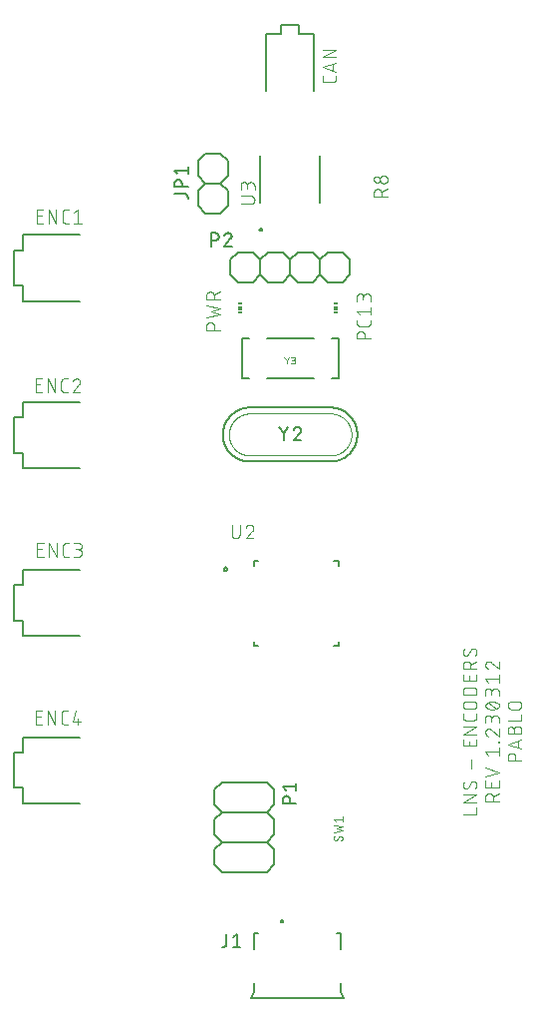
<source format=gbr>
G04 EAGLE Gerber RS-274X export*
G75*
%MOMM*%
%FSLAX34Y34*%
%LPD*%
%INSilkscreen Top*%
%IPPOS*%
%AMOC8*
5,1,8,0,0,1.08239X$1,22.5*%
G01*
%ADD10C,0.101600*%
%ADD11C,0.203200*%
%ADD12C,0.200000*%
%ADD13C,0.177800*%
%ADD14C,0.152400*%
%ADD15C,0.127000*%
%ADD16R,0.300000X0.150000*%
%ADD17R,0.300000X0.300000*%
%ADD18C,0.076200*%
%ADD19C,0.050800*%


D10*
X371682Y143060D02*
X383366Y143060D01*
X383366Y148253D01*
X383366Y152943D02*
X371682Y152943D01*
X383366Y159434D01*
X371682Y159434D01*
X380769Y170864D02*
X380868Y170862D01*
X380968Y170856D01*
X381067Y170847D01*
X381165Y170834D01*
X381263Y170817D01*
X381361Y170796D01*
X381457Y170771D01*
X381552Y170743D01*
X381646Y170711D01*
X381739Y170676D01*
X381831Y170637D01*
X381921Y170594D01*
X382009Y170549D01*
X382096Y170499D01*
X382180Y170447D01*
X382263Y170391D01*
X382343Y170333D01*
X382421Y170271D01*
X382496Y170206D01*
X382569Y170138D01*
X382639Y170068D01*
X382707Y169995D01*
X382772Y169920D01*
X382834Y169842D01*
X382892Y169762D01*
X382948Y169679D01*
X383000Y169595D01*
X383050Y169508D01*
X383095Y169420D01*
X383138Y169330D01*
X383177Y169238D01*
X383212Y169145D01*
X383244Y169051D01*
X383272Y168956D01*
X383297Y168860D01*
X383318Y168762D01*
X383335Y168664D01*
X383348Y168566D01*
X383357Y168467D01*
X383363Y168367D01*
X383365Y168268D01*
X383366Y168268D02*
X383364Y168124D01*
X383358Y167979D01*
X383349Y167835D01*
X383336Y167692D01*
X383319Y167548D01*
X383298Y167405D01*
X383273Y167263D01*
X383245Y167122D01*
X383213Y166981D01*
X383177Y166841D01*
X383138Y166702D01*
X383095Y166564D01*
X383048Y166428D01*
X382998Y166292D01*
X382944Y166158D01*
X382887Y166026D01*
X382826Y165895D01*
X382762Y165766D01*
X382694Y165638D01*
X382624Y165512D01*
X382549Y165388D01*
X382472Y165267D01*
X382391Y165147D01*
X382308Y165029D01*
X382221Y164914D01*
X382131Y164801D01*
X382038Y164690D01*
X381943Y164582D01*
X381844Y164476D01*
X381743Y164373D01*
X374278Y164698D02*
X374179Y164700D01*
X374079Y164706D01*
X373980Y164715D01*
X373882Y164728D01*
X373784Y164745D01*
X373686Y164766D01*
X373590Y164791D01*
X373495Y164819D01*
X373401Y164851D01*
X373308Y164886D01*
X373216Y164925D01*
X373126Y164968D01*
X373038Y165013D01*
X372951Y165063D01*
X372867Y165115D01*
X372784Y165171D01*
X372704Y165229D01*
X372626Y165291D01*
X372551Y165356D01*
X372478Y165424D01*
X372408Y165494D01*
X372340Y165567D01*
X372275Y165642D01*
X372213Y165720D01*
X372155Y165800D01*
X372099Y165883D01*
X372047Y165967D01*
X371997Y166054D01*
X371952Y166142D01*
X371909Y166232D01*
X371870Y166324D01*
X371835Y166417D01*
X371803Y166511D01*
X371775Y166606D01*
X371750Y166702D01*
X371729Y166800D01*
X371712Y166898D01*
X371699Y166996D01*
X371690Y167095D01*
X371684Y167195D01*
X371682Y167294D01*
X371684Y167430D01*
X371690Y167566D01*
X371699Y167702D01*
X371712Y167838D01*
X371730Y167973D01*
X371750Y168107D01*
X371775Y168241D01*
X371803Y168375D01*
X371836Y168507D01*
X371871Y168638D01*
X371911Y168769D01*
X371954Y168898D01*
X372000Y169026D01*
X372051Y169152D01*
X372104Y169278D01*
X372162Y169401D01*
X372222Y169523D01*
X372286Y169643D01*
X372354Y169762D01*
X372424Y169878D01*
X372498Y169992D01*
X372575Y170105D01*
X372656Y170215D01*
X376550Y165996D02*
X376497Y165910D01*
X376440Y165826D01*
X376381Y165744D01*
X376318Y165664D01*
X376252Y165587D01*
X376184Y165512D01*
X376112Y165440D01*
X376038Y165371D01*
X375961Y165305D01*
X375882Y165242D01*
X375800Y165182D01*
X375716Y165125D01*
X375630Y165071D01*
X375542Y165021D01*
X375452Y164974D01*
X375361Y164930D01*
X375267Y164891D01*
X375173Y164854D01*
X375077Y164822D01*
X374979Y164793D01*
X374881Y164768D01*
X374782Y164747D01*
X374682Y164729D01*
X374582Y164716D01*
X374481Y164706D01*
X374379Y164700D01*
X374278Y164698D01*
X378497Y169566D02*
X378550Y169652D01*
X378607Y169736D01*
X378666Y169818D01*
X378729Y169898D01*
X378795Y169975D01*
X378863Y170050D01*
X378935Y170122D01*
X379009Y170191D01*
X379086Y170257D01*
X379165Y170320D01*
X379247Y170380D01*
X379331Y170437D01*
X379417Y170491D01*
X379505Y170541D01*
X379595Y170588D01*
X379686Y170632D01*
X379780Y170671D01*
X379874Y170708D01*
X379970Y170740D01*
X380068Y170769D01*
X380166Y170794D01*
X380265Y170815D01*
X380365Y170833D01*
X380465Y170846D01*
X380566Y170856D01*
X380668Y170862D01*
X380769Y170864D01*
X378498Y169566D02*
X376550Y165996D01*
X378822Y181631D02*
X378822Y189420D01*
X383366Y200972D02*
X383366Y206165D01*
X383366Y200972D02*
X371682Y200972D01*
X371682Y206165D01*
X376875Y204866D02*
X376875Y200972D01*
X371682Y210855D02*
X383366Y210855D01*
X383366Y217346D02*
X371682Y210855D01*
X371682Y217346D02*
X383366Y217346D01*
X383366Y225229D02*
X383366Y227826D01*
X383365Y225229D02*
X383363Y225130D01*
X383357Y225030D01*
X383348Y224931D01*
X383335Y224833D01*
X383318Y224735D01*
X383297Y224637D01*
X383272Y224541D01*
X383244Y224446D01*
X383212Y224352D01*
X383177Y224259D01*
X383138Y224167D01*
X383095Y224077D01*
X383050Y223989D01*
X383000Y223902D01*
X382948Y223818D01*
X382892Y223735D01*
X382834Y223655D01*
X382772Y223577D01*
X382707Y223502D01*
X382639Y223429D01*
X382569Y223359D01*
X382496Y223291D01*
X382421Y223226D01*
X382343Y223164D01*
X382263Y223106D01*
X382180Y223050D01*
X382096Y222998D01*
X382009Y222948D01*
X381921Y222903D01*
X381831Y222860D01*
X381739Y222821D01*
X381646Y222786D01*
X381552Y222754D01*
X381457Y222726D01*
X381361Y222701D01*
X381263Y222680D01*
X381165Y222663D01*
X381067Y222650D01*
X380968Y222641D01*
X380868Y222635D01*
X380769Y222633D01*
X374278Y222633D01*
X374278Y222632D02*
X374179Y222634D01*
X374079Y222640D01*
X373980Y222649D01*
X373882Y222662D01*
X373784Y222680D01*
X373686Y222700D01*
X373590Y222725D01*
X373494Y222753D01*
X373400Y222785D01*
X373307Y222820D01*
X373216Y222859D01*
X373126Y222902D01*
X373037Y222947D01*
X372951Y222997D01*
X372866Y223049D01*
X372784Y223105D01*
X372704Y223164D01*
X372626Y223225D01*
X372550Y223290D01*
X372477Y223358D01*
X372407Y223428D01*
X372339Y223501D01*
X372274Y223577D01*
X372213Y223655D01*
X372154Y223735D01*
X372098Y223817D01*
X372046Y223902D01*
X371997Y223988D01*
X371951Y224077D01*
X371908Y224167D01*
X371869Y224258D01*
X371834Y224351D01*
X371802Y224445D01*
X371774Y224541D01*
X371749Y224637D01*
X371729Y224735D01*
X371711Y224833D01*
X371698Y224931D01*
X371689Y225030D01*
X371683Y225129D01*
X371681Y225229D01*
X371682Y225229D02*
X371682Y227826D01*
X374927Y232191D02*
X380120Y232191D01*
X374927Y232191D02*
X374814Y232193D01*
X374701Y232199D01*
X374588Y232209D01*
X374475Y232223D01*
X374363Y232240D01*
X374252Y232262D01*
X374142Y232287D01*
X374032Y232317D01*
X373924Y232350D01*
X373817Y232387D01*
X373711Y232427D01*
X373607Y232472D01*
X373504Y232520D01*
X373403Y232571D01*
X373304Y232626D01*
X373207Y232684D01*
X373112Y232746D01*
X373019Y232811D01*
X372929Y232879D01*
X372841Y232950D01*
X372755Y233025D01*
X372672Y233102D01*
X372592Y233182D01*
X372515Y233265D01*
X372440Y233351D01*
X372369Y233439D01*
X372301Y233529D01*
X372236Y233622D01*
X372174Y233717D01*
X372116Y233814D01*
X372061Y233913D01*
X372010Y234014D01*
X371962Y234117D01*
X371917Y234221D01*
X371877Y234327D01*
X371840Y234434D01*
X371807Y234542D01*
X371777Y234652D01*
X371752Y234762D01*
X371730Y234873D01*
X371713Y234985D01*
X371699Y235098D01*
X371689Y235211D01*
X371683Y235324D01*
X371681Y235437D01*
X371683Y235550D01*
X371689Y235663D01*
X371699Y235776D01*
X371713Y235889D01*
X371730Y236001D01*
X371752Y236112D01*
X371777Y236222D01*
X371807Y236332D01*
X371840Y236440D01*
X371877Y236547D01*
X371917Y236653D01*
X371962Y236757D01*
X372010Y236860D01*
X372061Y236961D01*
X372116Y237060D01*
X372174Y237157D01*
X372236Y237252D01*
X372301Y237345D01*
X372369Y237435D01*
X372440Y237523D01*
X372515Y237609D01*
X372592Y237692D01*
X372672Y237772D01*
X372755Y237849D01*
X372841Y237924D01*
X372929Y237995D01*
X373019Y238063D01*
X373112Y238128D01*
X373207Y238190D01*
X373304Y238248D01*
X373403Y238303D01*
X373504Y238354D01*
X373607Y238402D01*
X373711Y238447D01*
X373817Y238487D01*
X373924Y238524D01*
X374032Y238557D01*
X374142Y238587D01*
X374252Y238612D01*
X374363Y238634D01*
X374475Y238651D01*
X374588Y238665D01*
X374701Y238675D01*
X374814Y238681D01*
X374927Y238683D01*
X374927Y238682D02*
X380120Y238682D01*
X380120Y238683D02*
X380233Y238681D01*
X380346Y238675D01*
X380459Y238665D01*
X380572Y238651D01*
X380684Y238634D01*
X380795Y238612D01*
X380905Y238587D01*
X381015Y238557D01*
X381123Y238524D01*
X381230Y238487D01*
X381336Y238447D01*
X381440Y238402D01*
X381543Y238354D01*
X381644Y238303D01*
X381743Y238248D01*
X381840Y238190D01*
X381935Y238128D01*
X382028Y238063D01*
X382118Y237995D01*
X382206Y237924D01*
X382292Y237849D01*
X382375Y237772D01*
X382455Y237692D01*
X382532Y237609D01*
X382607Y237523D01*
X382678Y237435D01*
X382746Y237345D01*
X382811Y237252D01*
X382873Y237157D01*
X382931Y237060D01*
X382986Y236961D01*
X383037Y236860D01*
X383085Y236757D01*
X383130Y236653D01*
X383170Y236547D01*
X383207Y236440D01*
X383240Y236332D01*
X383270Y236222D01*
X383295Y236112D01*
X383317Y236001D01*
X383334Y235889D01*
X383348Y235776D01*
X383358Y235663D01*
X383364Y235550D01*
X383366Y235437D01*
X383364Y235324D01*
X383358Y235211D01*
X383348Y235098D01*
X383334Y234985D01*
X383317Y234873D01*
X383295Y234762D01*
X383270Y234652D01*
X383240Y234542D01*
X383207Y234434D01*
X383170Y234327D01*
X383130Y234221D01*
X383085Y234117D01*
X383037Y234014D01*
X382986Y233913D01*
X382931Y233814D01*
X382873Y233717D01*
X382811Y233622D01*
X382746Y233529D01*
X382678Y233439D01*
X382607Y233351D01*
X382532Y233265D01*
X382455Y233182D01*
X382375Y233102D01*
X382292Y233025D01*
X382206Y232950D01*
X382118Y232879D01*
X382028Y232811D01*
X381935Y232746D01*
X381840Y232684D01*
X381743Y232626D01*
X381644Y232571D01*
X381543Y232520D01*
X381440Y232472D01*
X381336Y232427D01*
X381230Y232387D01*
X381123Y232350D01*
X381015Y232317D01*
X380905Y232287D01*
X380795Y232262D01*
X380684Y232240D01*
X380572Y232223D01*
X380459Y232209D01*
X380346Y232199D01*
X380233Y232193D01*
X380120Y232191D01*
X383366Y244002D02*
X371682Y244002D01*
X371682Y247248D01*
X371681Y247248D02*
X371683Y247361D01*
X371689Y247474D01*
X371699Y247587D01*
X371713Y247700D01*
X371730Y247812D01*
X371752Y247923D01*
X371777Y248033D01*
X371807Y248143D01*
X371840Y248251D01*
X371877Y248358D01*
X371917Y248464D01*
X371962Y248568D01*
X372010Y248671D01*
X372061Y248772D01*
X372116Y248871D01*
X372174Y248968D01*
X372236Y249063D01*
X372301Y249156D01*
X372369Y249246D01*
X372440Y249334D01*
X372515Y249420D01*
X372592Y249503D01*
X372672Y249583D01*
X372755Y249660D01*
X372841Y249735D01*
X372929Y249806D01*
X373019Y249874D01*
X373112Y249939D01*
X373207Y250001D01*
X373304Y250059D01*
X373403Y250114D01*
X373504Y250165D01*
X373607Y250213D01*
X373711Y250258D01*
X373817Y250298D01*
X373924Y250335D01*
X374032Y250368D01*
X374142Y250398D01*
X374252Y250423D01*
X374363Y250445D01*
X374475Y250462D01*
X374588Y250476D01*
X374701Y250486D01*
X374814Y250492D01*
X374927Y250494D01*
X374927Y250493D02*
X380120Y250493D01*
X380120Y250494D02*
X380233Y250492D01*
X380346Y250486D01*
X380459Y250476D01*
X380572Y250462D01*
X380684Y250445D01*
X380795Y250423D01*
X380905Y250398D01*
X381015Y250368D01*
X381123Y250335D01*
X381230Y250298D01*
X381336Y250258D01*
X381440Y250213D01*
X381543Y250165D01*
X381644Y250114D01*
X381743Y250059D01*
X381840Y250001D01*
X381935Y249939D01*
X382028Y249874D01*
X382118Y249806D01*
X382206Y249735D01*
X382292Y249660D01*
X382375Y249583D01*
X382455Y249503D01*
X382532Y249420D01*
X382607Y249334D01*
X382678Y249246D01*
X382746Y249156D01*
X382811Y249063D01*
X382873Y248968D01*
X382931Y248871D01*
X382986Y248772D01*
X383037Y248671D01*
X383085Y248568D01*
X383130Y248464D01*
X383170Y248358D01*
X383207Y248251D01*
X383240Y248143D01*
X383270Y248033D01*
X383295Y247923D01*
X383317Y247812D01*
X383334Y247700D01*
X383348Y247587D01*
X383358Y247474D01*
X383364Y247361D01*
X383366Y247248D01*
X383366Y244002D01*
X383366Y256217D02*
X383366Y261409D01*
X383366Y256217D02*
X371682Y256217D01*
X371682Y261409D01*
X376875Y260111D02*
X376875Y256217D01*
X371682Y266174D02*
X383366Y266174D01*
X371682Y266174D02*
X371682Y269419D01*
X371681Y269419D02*
X371683Y269532D01*
X371689Y269645D01*
X371699Y269758D01*
X371713Y269871D01*
X371730Y269983D01*
X371752Y270094D01*
X371777Y270204D01*
X371807Y270314D01*
X371840Y270422D01*
X371877Y270529D01*
X371917Y270635D01*
X371962Y270739D01*
X372010Y270842D01*
X372061Y270943D01*
X372116Y271042D01*
X372174Y271139D01*
X372236Y271234D01*
X372301Y271327D01*
X372369Y271417D01*
X372440Y271505D01*
X372515Y271591D01*
X372592Y271674D01*
X372672Y271754D01*
X372755Y271831D01*
X372841Y271906D01*
X372929Y271977D01*
X373019Y272045D01*
X373112Y272110D01*
X373207Y272172D01*
X373304Y272230D01*
X373403Y272285D01*
X373504Y272336D01*
X373607Y272384D01*
X373711Y272429D01*
X373817Y272469D01*
X373924Y272506D01*
X374032Y272539D01*
X374142Y272569D01*
X374252Y272594D01*
X374363Y272616D01*
X374475Y272633D01*
X374588Y272647D01*
X374701Y272657D01*
X374814Y272663D01*
X374927Y272665D01*
X375040Y272663D01*
X375153Y272657D01*
X375266Y272647D01*
X375379Y272633D01*
X375491Y272616D01*
X375602Y272594D01*
X375712Y272569D01*
X375822Y272539D01*
X375930Y272506D01*
X376037Y272469D01*
X376143Y272429D01*
X376247Y272384D01*
X376350Y272336D01*
X376451Y272285D01*
X376550Y272230D01*
X376647Y272172D01*
X376742Y272110D01*
X376835Y272045D01*
X376925Y271977D01*
X377013Y271906D01*
X377099Y271831D01*
X377182Y271754D01*
X377262Y271674D01*
X377339Y271591D01*
X377414Y271505D01*
X377485Y271417D01*
X377553Y271327D01*
X377618Y271234D01*
X377680Y271139D01*
X377738Y271042D01*
X377793Y270943D01*
X377844Y270842D01*
X377892Y270739D01*
X377937Y270635D01*
X377977Y270529D01*
X378014Y270422D01*
X378047Y270314D01*
X378077Y270204D01*
X378102Y270094D01*
X378124Y269983D01*
X378141Y269871D01*
X378155Y269758D01*
X378165Y269645D01*
X378171Y269532D01*
X378173Y269419D01*
X378173Y266174D01*
X378173Y270068D02*
X383366Y272665D01*
X383365Y281044D02*
X383363Y281143D01*
X383357Y281243D01*
X383348Y281342D01*
X383335Y281440D01*
X383318Y281538D01*
X383297Y281636D01*
X383272Y281732D01*
X383244Y281827D01*
X383212Y281921D01*
X383177Y282014D01*
X383138Y282106D01*
X383095Y282196D01*
X383050Y282284D01*
X383000Y282371D01*
X382948Y282455D01*
X382892Y282538D01*
X382834Y282618D01*
X382772Y282696D01*
X382707Y282771D01*
X382639Y282844D01*
X382569Y282914D01*
X382496Y282982D01*
X382421Y283047D01*
X382343Y283109D01*
X382263Y283167D01*
X382180Y283223D01*
X382096Y283275D01*
X382009Y283325D01*
X381921Y283370D01*
X381831Y283413D01*
X381739Y283452D01*
X381646Y283487D01*
X381552Y283519D01*
X381457Y283547D01*
X381361Y283572D01*
X381263Y283593D01*
X381165Y283610D01*
X381067Y283623D01*
X380968Y283632D01*
X380868Y283638D01*
X380769Y283640D01*
X383366Y281044D02*
X383364Y280900D01*
X383358Y280755D01*
X383349Y280611D01*
X383336Y280468D01*
X383319Y280324D01*
X383298Y280181D01*
X383273Y280039D01*
X383245Y279898D01*
X383213Y279757D01*
X383177Y279617D01*
X383138Y279478D01*
X383095Y279340D01*
X383048Y279204D01*
X382998Y279068D01*
X382944Y278934D01*
X382887Y278802D01*
X382826Y278671D01*
X382762Y278542D01*
X382694Y278414D01*
X382624Y278288D01*
X382549Y278164D01*
X382472Y278043D01*
X382391Y277923D01*
X382308Y277805D01*
X382221Y277690D01*
X382131Y277577D01*
X382038Y277466D01*
X381943Y277358D01*
X381844Y277252D01*
X381743Y277149D01*
X374278Y277474D02*
X374179Y277476D01*
X374079Y277482D01*
X373980Y277491D01*
X373882Y277504D01*
X373784Y277521D01*
X373686Y277542D01*
X373590Y277567D01*
X373495Y277595D01*
X373401Y277627D01*
X373308Y277662D01*
X373216Y277701D01*
X373126Y277744D01*
X373038Y277789D01*
X372951Y277839D01*
X372867Y277891D01*
X372784Y277947D01*
X372704Y278005D01*
X372626Y278067D01*
X372551Y278132D01*
X372478Y278200D01*
X372408Y278270D01*
X372340Y278343D01*
X372275Y278418D01*
X372213Y278496D01*
X372155Y278576D01*
X372099Y278659D01*
X372047Y278743D01*
X371997Y278830D01*
X371952Y278918D01*
X371909Y279008D01*
X371870Y279100D01*
X371835Y279193D01*
X371803Y279287D01*
X371775Y279382D01*
X371750Y279478D01*
X371729Y279576D01*
X371712Y279674D01*
X371699Y279772D01*
X371690Y279871D01*
X371684Y279971D01*
X371682Y280070D01*
X371684Y280206D01*
X371690Y280342D01*
X371699Y280478D01*
X371712Y280614D01*
X371730Y280749D01*
X371750Y280883D01*
X371775Y281017D01*
X371803Y281151D01*
X371836Y281283D01*
X371871Y281414D01*
X371911Y281545D01*
X371954Y281674D01*
X372000Y281802D01*
X372051Y281928D01*
X372104Y282054D01*
X372162Y282177D01*
X372222Y282299D01*
X372286Y282419D01*
X372354Y282538D01*
X372424Y282654D01*
X372498Y282768D01*
X372575Y282881D01*
X372656Y282991D01*
X376550Y278771D02*
X376497Y278685D01*
X376440Y278601D01*
X376381Y278519D01*
X376318Y278439D01*
X376252Y278362D01*
X376184Y278287D01*
X376112Y278215D01*
X376038Y278146D01*
X375961Y278080D01*
X375882Y278017D01*
X375800Y277957D01*
X375716Y277900D01*
X375630Y277846D01*
X375542Y277796D01*
X375452Y277749D01*
X375361Y277705D01*
X375267Y277666D01*
X375173Y277629D01*
X375077Y277597D01*
X374979Y277568D01*
X374881Y277543D01*
X374782Y277522D01*
X374682Y277504D01*
X374582Y277491D01*
X374481Y277481D01*
X374379Y277475D01*
X374278Y277473D01*
X378497Y282342D02*
X378550Y282428D01*
X378607Y282512D01*
X378666Y282594D01*
X378729Y282674D01*
X378795Y282751D01*
X378863Y282826D01*
X378935Y282898D01*
X379009Y282967D01*
X379086Y283033D01*
X379165Y283096D01*
X379247Y283156D01*
X379331Y283213D01*
X379417Y283267D01*
X379505Y283317D01*
X379595Y283364D01*
X379686Y283408D01*
X379780Y283447D01*
X379874Y283484D01*
X379970Y283516D01*
X380068Y283545D01*
X380166Y283570D01*
X380265Y283591D01*
X380365Y283609D01*
X380465Y283622D01*
X380566Y283632D01*
X380668Y283638D01*
X380769Y283640D01*
X378498Y282342D02*
X376550Y278772D01*
X390732Y154134D02*
X402416Y154134D01*
X390732Y154134D02*
X390732Y157380D01*
X390731Y157380D02*
X390733Y157493D01*
X390739Y157606D01*
X390749Y157719D01*
X390763Y157832D01*
X390780Y157944D01*
X390802Y158055D01*
X390827Y158165D01*
X390857Y158275D01*
X390890Y158383D01*
X390927Y158490D01*
X390967Y158596D01*
X391012Y158700D01*
X391060Y158803D01*
X391111Y158904D01*
X391166Y159003D01*
X391224Y159100D01*
X391286Y159195D01*
X391351Y159288D01*
X391419Y159378D01*
X391490Y159466D01*
X391565Y159552D01*
X391642Y159635D01*
X391722Y159715D01*
X391805Y159792D01*
X391891Y159867D01*
X391979Y159938D01*
X392069Y160006D01*
X392162Y160071D01*
X392257Y160133D01*
X392354Y160191D01*
X392453Y160246D01*
X392554Y160297D01*
X392657Y160345D01*
X392761Y160390D01*
X392867Y160430D01*
X392974Y160467D01*
X393082Y160500D01*
X393192Y160530D01*
X393302Y160555D01*
X393413Y160577D01*
X393525Y160594D01*
X393638Y160608D01*
X393751Y160618D01*
X393864Y160624D01*
X393977Y160626D01*
X394090Y160624D01*
X394203Y160618D01*
X394316Y160608D01*
X394429Y160594D01*
X394541Y160577D01*
X394652Y160555D01*
X394762Y160530D01*
X394872Y160500D01*
X394980Y160467D01*
X395087Y160430D01*
X395193Y160390D01*
X395297Y160345D01*
X395400Y160297D01*
X395501Y160246D01*
X395600Y160191D01*
X395697Y160133D01*
X395792Y160071D01*
X395885Y160006D01*
X395975Y159938D01*
X396063Y159867D01*
X396149Y159792D01*
X396232Y159715D01*
X396312Y159635D01*
X396389Y159552D01*
X396464Y159466D01*
X396535Y159378D01*
X396603Y159288D01*
X396668Y159195D01*
X396730Y159100D01*
X396788Y159003D01*
X396843Y158904D01*
X396894Y158803D01*
X396942Y158700D01*
X396987Y158596D01*
X397027Y158490D01*
X397064Y158383D01*
X397097Y158275D01*
X397127Y158165D01*
X397152Y158055D01*
X397174Y157944D01*
X397191Y157832D01*
X397205Y157719D01*
X397215Y157606D01*
X397221Y157493D01*
X397223Y157380D01*
X397223Y154134D01*
X397223Y158029D02*
X402416Y160625D01*
X402416Y165894D02*
X402416Y171087D01*
X402416Y165894D02*
X390732Y165894D01*
X390732Y171087D01*
X395925Y169789D02*
X395925Y165894D01*
X390732Y174748D02*
X402416Y178642D01*
X390732Y182537D01*
X393328Y192923D02*
X390732Y196168D01*
X402416Y196168D01*
X402416Y192923D02*
X402416Y199414D01*
X402416Y203845D02*
X401767Y203845D01*
X401767Y204494D01*
X402416Y204494D01*
X402416Y203845D01*
X393653Y215416D02*
X393546Y215414D01*
X393440Y215408D01*
X393334Y215398D01*
X393228Y215385D01*
X393122Y215367D01*
X393018Y215346D01*
X392914Y215321D01*
X392811Y215292D01*
X392710Y215260D01*
X392610Y215223D01*
X392511Y215183D01*
X392413Y215140D01*
X392317Y215093D01*
X392223Y215042D01*
X392131Y214988D01*
X392041Y214931D01*
X391953Y214871D01*
X391868Y214807D01*
X391785Y214740D01*
X391704Y214670D01*
X391626Y214598D01*
X391550Y214522D01*
X391478Y214444D01*
X391408Y214363D01*
X391341Y214280D01*
X391277Y214195D01*
X391217Y214107D01*
X391160Y214017D01*
X391106Y213925D01*
X391055Y213831D01*
X391008Y213735D01*
X390965Y213637D01*
X390925Y213538D01*
X390888Y213438D01*
X390856Y213337D01*
X390827Y213234D01*
X390802Y213130D01*
X390781Y213026D01*
X390763Y212920D01*
X390750Y212814D01*
X390740Y212708D01*
X390734Y212602D01*
X390732Y212495D01*
X390734Y212374D01*
X390740Y212253D01*
X390750Y212133D01*
X390763Y212012D01*
X390781Y211893D01*
X390802Y211773D01*
X390827Y211655D01*
X390856Y211538D01*
X390889Y211421D01*
X390925Y211306D01*
X390966Y211192D01*
X391009Y211079D01*
X391057Y210967D01*
X391108Y210858D01*
X391163Y210750D01*
X391221Y210643D01*
X391282Y210539D01*
X391347Y210437D01*
X391415Y210337D01*
X391486Y210239D01*
X391560Y210143D01*
X391637Y210050D01*
X391718Y209960D01*
X391801Y209872D01*
X391887Y209787D01*
X391976Y209704D01*
X392067Y209625D01*
X392161Y209548D01*
X392257Y209475D01*
X392355Y209405D01*
X392456Y209338D01*
X392559Y209274D01*
X392664Y209214D01*
X392771Y209156D01*
X392879Y209103D01*
X392989Y209053D01*
X393101Y209007D01*
X393214Y208964D01*
X393329Y208925D01*
X395925Y214441D02*
X395847Y214520D01*
X395767Y214596D01*
X395684Y214669D01*
X395598Y214739D01*
X395511Y214806D01*
X395420Y214870D01*
X395328Y214930D01*
X395234Y214988D01*
X395137Y215042D01*
X395039Y215092D01*
X394939Y215139D01*
X394838Y215183D01*
X394735Y215223D01*
X394630Y215259D01*
X394525Y215291D01*
X394418Y215320D01*
X394311Y215345D01*
X394202Y215367D01*
X394093Y215384D01*
X393984Y215398D01*
X393874Y215407D01*
X393763Y215413D01*
X393653Y215415D01*
X395925Y214442D02*
X402416Y208925D01*
X402416Y215416D01*
X402416Y220355D02*
X402416Y223600D01*
X402414Y223713D01*
X402408Y223826D01*
X402398Y223939D01*
X402384Y224052D01*
X402367Y224164D01*
X402345Y224275D01*
X402320Y224385D01*
X402290Y224495D01*
X402257Y224603D01*
X402220Y224710D01*
X402180Y224816D01*
X402135Y224920D01*
X402087Y225023D01*
X402036Y225124D01*
X401981Y225223D01*
X401923Y225320D01*
X401861Y225415D01*
X401796Y225508D01*
X401728Y225598D01*
X401657Y225686D01*
X401582Y225772D01*
X401505Y225855D01*
X401425Y225935D01*
X401342Y226012D01*
X401256Y226087D01*
X401168Y226158D01*
X401078Y226226D01*
X400985Y226291D01*
X400890Y226353D01*
X400793Y226411D01*
X400694Y226466D01*
X400593Y226517D01*
X400490Y226565D01*
X400386Y226610D01*
X400280Y226650D01*
X400173Y226687D01*
X400065Y226720D01*
X399955Y226750D01*
X399845Y226775D01*
X399734Y226797D01*
X399622Y226814D01*
X399509Y226828D01*
X399396Y226838D01*
X399283Y226844D01*
X399170Y226846D01*
X399057Y226844D01*
X398944Y226838D01*
X398831Y226828D01*
X398718Y226814D01*
X398606Y226797D01*
X398495Y226775D01*
X398385Y226750D01*
X398275Y226720D01*
X398167Y226687D01*
X398060Y226650D01*
X397954Y226610D01*
X397850Y226565D01*
X397747Y226517D01*
X397646Y226466D01*
X397547Y226411D01*
X397450Y226353D01*
X397355Y226291D01*
X397262Y226226D01*
X397172Y226158D01*
X397084Y226087D01*
X396998Y226012D01*
X396915Y225935D01*
X396835Y225855D01*
X396758Y225772D01*
X396683Y225686D01*
X396612Y225598D01*
X396544Y225508D01*
X396479Y225415D01*
X396417Y225320D01*
X396359Y225223D01*
X396304Y225124D01*
X396253Y225023D01*
X396205Y224920D01*
X396160Y224816D01*
X396120Y224710D01*
X396083Y224603D01*
X396050Y224495D01*
X396020Y224385D01*
X395995Y224275D01*
X395973Y224164D01*
X395956Y224052D01*
X395942Y223939D01*
X395932Y223826D01*
X395926Y223713D01*
X395924Y223600D01*
X390732Y224249D02*
X390732Y220355D01*
X390732Y224249D02*
X390734Y224350D01*
X390740Y224450D01*
X390750Y224550D01*
X390763Y224650D01*
X390781Y224749D01*
X390802Y224848D01*
X390827Y224945D01*
X390856Y225042D01*
X390889Y225137D01*
X390925Y225231D01*
X390965Y225323D01*
X391008Y225414D01*
X391055Y225503D01*
X391105Y225590D01*
X391159Y225676D01*
X391216Y225759D01*
X391276Y225839D01*
X391339Y225918D01*
X391406Y225994D01*
X391475Y226067D01*
X391547Y226137D01*
X391621Y226205D01*
X391698Y226270D01*
X391778Y226331D01*
X391860Y226390D01*
X391944Y226445D01*
X392030Y226497D01*
X392118Y226546D01*
X392208Y226591D01*
X392300Y226633D01*
X392393Y226671D01*
X392488Y226705D01*
X392583Y226736D01*
X392680Y226763D01*
X392778Y226786D01*
X392877Y226806D01*
X392977Y226821D01*
X393077Y226833D01*
X393177Y226841D01*
X393278Y226845D01*
X393378Y226845D01*
X393479Y226841D01*
X393579Y226833D01*
X393679Y226821D01*
X393779Y226806D01*
X393878Y226786D01*
X393976Y226763D01*
X394073Y226736D01*
X394168Y226705D01*
X394263Y226671D01*
X394356Y226633D01*
X394448Y226591D01*
X394538Y226546D01*
X394626Y226497D01*
X394712Y226445D01*
X394796Y226390D01*
X394878Y226331D01*
X394958Y226270D01*
X395035Y226205D01*
X395109Y226137D01*
X395181Y226067D01*
X395250Y225994D01*
X395317Y225918D01*
X395380Y225839D01*
X395440Y225759D01*
X395497Y225676D01*
X395551Y225590D01*
X395601Y225503D01*
X395648Y225414D01*
X395691Y225323D01*
X395731Y225231D01*
X395767Y225137D01*
X395800Y225042D01*
X395829Y224945D01*
X395854Y224848D01*
X395875Y224749D01*
X395893Y224650D01*
X395906Y224550D01*
X395916Y224450D01*
X395922Y224350D01*
X395924Y224249D01*
X395925Y224249D02*
X395925Y221653D01*
X396574Y231784D02*
X396344Y231787D01*
X396114Y231795D01*
X395885Y231809D01*
X395656Y231828D01*
X395427Y231853D01*
X395199Y231883D01*
X394972Y231918D01*
X394746Y231959D01*
X394521Y232005D01*
X394297Y232057D01*
X394074Y232114D01*
X393853Y232176D01*
X393633Y232244D01*
X393415Y232317D01*
X393199Y232395D01*
X392985Y232478D01*
X392773Y232566D01*
X392562Y232659D01*
X392355Y232758D01*
X392265Y232791D01*
X392176Y232827D01*
X392088Y232867D01*
X392003Y232911D01*
X391919Y232958D01*
X391837Y233008D01*
X391757Y233062D01*
X391680Y233118D01*
X391604Y233178D01*
X391531Y233241D01*
X391461Y233306D01*
X391393Y233375D01*
X391329Y233446D01*
X391267Y233519D01*
X391208Y233595D01*
X391152Y233673D01*
X391099Y233754D01*
X391050Y233836D01*
X391004Y233920D01*
X390961Y234007D01*
X390922Y234094D01*
X390886Y234184D01*
X390854Y234274D01*
X390826Y234366D01*
X390801Y234459D01*
X390780Y234553D01*
X390763Y234647D01*
X390749Y234742D01*
X390740Y234838D01*
X390734Y234934D01*
X390732Y235030D01*
X390734Y235126D01*
X390740Y235222D01*
X390749Y235318D01*
X390763Y235413D01*
X390780Y235507D01*
X390801Y235601D01*
X390826Y235694D01*
X390854Y235786D01*
X390886Y235876D01*
X390922Y235966D01*
X390961Y236054D01*
X391004Y236140D01*
X391050Y236224D01*
X391099Y236306D01*
X391152Y236387D01*
X391208Y236465D01*
X391267Y236541D01*
X391329Y236614D01*
X391393Y236685D01*
X391461Y236754D01*
X391531Y236819D01*
X391604Y236882D01*
X391680Y236942D01*
X391757Y236998D01*
X391837Y237052D01*
X391919Y237102D01*
X392003Y237149D01*
X392088Y237193D01*
X392176Y237233D01*
X392265Y237269D01*
X392355Y237302D01*
X392562Y237401D01*
X392773Y237494D01*
X392985Y237582D01*
X393199Y237665D01*
X393415Y237743D01*
X393633Y237816D01*
X393853Y237884D01*
X394074Y237946D01*
X394297Y238003D01*
X394521Y238055D01*
X394746Y238101D01*
X394972Y238142D01*
X395199Y238177D01*
X395427Y238207D01*
X395656Y238232D01*
X395885Y238251D01*
X396114Y238265D01*
X396344Y238273D01*
X396574Y238276D01*
X396574Y231784D02*
X396804Y231787D01*
X397034Y231795D01*
X397263Y231809D01*
X397492Y231828D01*
X397721Y231853D01*
X397949Y231883D01*
X398176Y231918D01*
X398402Y231959D01*
X398627Y232005D01*
X398851Y232057D01*
X399074Y232114D01*
X399295Y232176D01*
X399515Y232244D01*
X399733Y232317D01*
X399949Y232395D01*
X400163Y232478D01*
X400375Y232566D01*
X400586Y232659D01*
X400793Y232758D01*
X400883Y232791D01*
X400972Y232827D01*
X401060Y232868D01*
X401145Y232911D01*
X401229Y232958D01*
X401311Y233008D01*
X401391Y233062D01*
X401468Y233118D01*
X401544Y233178D01*
X401617Y233241D01*
X401687Y233306D01*
X401755Y233375D01*
X401819Y233446D01*
X401881Y233519D01*
X401940Y233595D01*
X401996Y233673D01*
X402049Y233754D01*
X402098Y233836D01*
X402144Y233920D01*
X402187Y234007D01*
X402226Y234094D01*
X402262Y234184D01*
X402294Y234274D01*
X402322Y234366D01*
X402347Y234459D01*
X402368Y234553D01*
X402385Y234647D01*
X402399Y234742D01*
X402408Y234838D01*
X402414Y234934D01*
X402416Y235030D01*
X400793Y237302D02*
X400586Y237401D01*
X400375Y237494D01*
X400163Y237582D01*
X399949Y237665D01*
X399733Y237743D01*
X399515Y237816D01*
X399295Y237884D01*
X399074Y237946D01*
X398851Y238003D01*
X398627Y238055D01*
X398402Y238101D01*
X398176Y238142D01*
X397949Y238177D01*
X397721Y238207D01*
X397492Y238232D01*
X397263Y238251D01*
X397034Y238265D01*
X396804Y238273D01*
X396574Y238276D01*
X400793Y237302D02*
X400883Y237269D01*
X400972Y237233D01*
X401060Y237193D01*
X401145Y237149D01*
X401229Y237102D01*
X401311Y237052D01*
X401391Y236998D01*
X401468Y236942D01*
X401544Y236882D01*
X401617Y236819D01*
X401687Y236754D01*
X401755Y236685D01*
X401819Y236614D01*
X401881Y236541D01*
X401940Y236465D01*
X401996Y236387D01*
X402049Y236306D01*
X402098Y236224D01*
X402144Y236140D01*
X402187Y236053D01*
X402226Y235966D01*
X402262Y235876D01*
X402294Y235786D01*
X402322Y235694D01*
X402347Y235601D01*
X402368Y235507D01*
X402385Y235413D01*
X402399Y235318D01*
X402408Y235222D01*
X402414Y235126D01*
X402416Y235030D01*
X399819Y232434D02*
X393328Y237626D01*
X402416Y243214D02*
X402416Y246460D01*
X402414Y246573D01*
X402408Y246686D01*
X402398Y246799D01*
X402384Y246912D01*
X402367Y247024D01*
X402345Y247135D01*
X402320Y247245D01*
X402290Y247355D01*
X402257Y247463D01*
X402220Y247570D01*
X402180Y247676D01*
X402135Y247780D01*
X402087Y247883D01*
X402036Y247984D01*
X401981Y248083D01*
X401923Y248180D01*
X401861Y248275D01*
X401796Y248368D01*
X401728Y248458D01*
X401657Y248546D01*
X401582Y248632D01*
X401505Y248715D01*
X401425Y248795D01*
X401342Y248872D01*
X401256Y248947D01*
X401168Y249018D01*
X401078Y249086D01*
X400985Y249151D01*
X400890Y249213D01*
X400793Y249271D01*
X400694Y249326D01*
X400593Y249377D01*
X400490Y249425D01*
X400386Y249470D01*
X400280Y249510D01*
X400173Y249547D01*
X400065Y249580D01*
X399955Y249610D01*
X399845Y249635D01*
X399734Y249657D01*
X399622Y249674D01*
X399509Y249688D01*
X399396Y249698D01*
X399283Y249704D01*
X399170Y249706D01*
X399057Y249704D01*
X398944Y249698D01*
X398831Y249688D01*
X398718Y249674D01*
X398606Y249657D01*
X398495Y249635D01*
X398385Y249610D01*
X398275Y249580D01*
X398167Y249547D01*
X398060Y249510D01*
X397954Y249470D01*
X397850Y249425D01*
X397747Y249377D01*
X397646Y249326D01*
X397547Y249271D01*
X397450Y249213D01*
X397355Y249151D01*
X397262Y249086D01*
X397172Y249018D01*
X397084Y248947D01*
X396998Y248872D01*
X396915Y248795D01*
X396835Y248715D01*
X396758Y248632D01*
X396683Y248546D01*
X396612Y248458D01*
X396544Y248368D01*
X396479Y248275D01*
X396417Y248180D01*
X396359Y248083D01*
X396304Y247984D01*
X396253Y247883D01*
X396205Y247780D01*
X396160Y247676D01*
X396120Y247570D01*
X396083Y247463D01*
X396050Y247355D01*
X396020Y247245D01*
X395995Y247135D01*
X395973Y247024D01*
X395956Y246912D01*
X395942Y246799D01*
X395932Y246686D01*
X395926Y246573D01*
X395924Y246460D01*
X390732Y247109D02*
X390732Y243214D01*
X390732Y247109D02*
X390734Y247210D01*
X390740Y247310D01*
X390750Y247410D01*
X390763Y247510D01*
X390781Y247609D01*
X390802Y247708D01*
X390827Y247805D01*
X390856Y247902D01*
X390889Y247997D01*
X390925Y248091D01*
X390965Y248183D01*
X391008Y248274D01*
X391055Y248363D01*
X391105Y248450D01*
X391159Y248536D01*
X391216Y248619D01*
X391276Y248699D01*
X391339Y248778D01*
X391406Y248854D01*
X391475Y248927D01*
X391547Y248997D01*
X391621Y249065D01*
X391698Y249130D01*
X391778Y249191D01*
X391860Y249250D01*
X391944Y249305D01*
X392030Y249357D01*
X392118Y249406D01*
X392208Y249451D01*
X392300Y249493D01*
X392393Y249531D01*
X392488Y249565D01*
X392583Y249596D01*
X392680Y249623D01*
X392778Y249646D01*
X392877Y249666D01*
X392977Y249681D01*
X393077Y249693D01*
X393177Y249701D01*
X393278Y249705D01*
X393378Y249705D01*
X393479Y249701D01*
X393579Y249693D01*
X393679Y249681D01*
X393779Y249666D01*
X393878Y249646D01*
X393976Y249623D01*
X394073Y249596D01*
X394168Y249565D01*
X394263Y249531D01*
X394356Y249493D01*
X394448Y249451D01*
X394538Y249406D01*
X394626Y249357D01*
X394712Y249305D01*
X394796Y249250D01*
X394878Y249191D01*
X394958Y249130D01*
X395035Y249065D01*
X395109Y248997D01*
X395181Y248927D01*
X395250Y248854D01*
X395317Y248778D01*
X395380Y248699D01*
X395440Y248619D01*
X395497Y248536D01*
X395551Y248450D01*
X395601Y248363D01*
X395648Y248274D01*
X395691Y248183D01*
X395731Y248091D01*
X395767Y247997D01*
X395800Y247902D01*
X395829Y247805D01*
X395854Y247708D01*
X395875Y247609D01*
X395893Y247510D01*
X395906Y247410D01*
X395916Y247310D01*
X395922Y247210D01*
X395924Y247109D01*
X395925Y247109D02*
X395925Y244513D01*
X393328Y254644D02*
X390732Y257890D01*
X402416Y257890D01*
X402416Y254644D02*
X402416Y261136D01*
X393653Y272565D02*
X393546Y272563D01*
X393440Y272557D01*
X393334Y272547D01*
X393228Y272534D01*
X393122Y272516D01*
X393018Y272495D01*
X392914Y272470D01*
X392811Y272441D01*
X392710Y272409D01*
X392610Y272372D01*
X392511Y272332D01*
X392413Y272289D01*
X392317Y272242D01*
X392223Y272191D01*
X392131Y272137D01*
X392041Y272080D01*
X391953Y272020D01*
X391868Y271956D01*
X391785Y271889D01*
X391704Y271819D01*
X391626Y271747D01*
X391550Y271671D01*
X391478Y271593D01*
X391408Y271512D01*
X391341Y271429D01*
X391277Y271344D01*
X391217Y271256D01*
X391160Y271166D01*
X391106Y271074D01*
X391055Y270980D01*
X391008Y270884D01*
X390965Y270786D01*
X390925Y270687D01*
X390888Y270587D01*
X390856Y270486D01*
X390827Y270383D01*
X390802Y270279D01*
X390781Y270175D01*
X390763Y270069D01*
X390750Y269963D01*
X390740Y269857D01*
X390734Y269751D01*
X390732Y269644D01*
X390734Y269523D01*
X390740Y269402D01*
X390750Y269282D01*
X390763Y269161D01*
X390781Y269042D01*
X390802Y268922D01*
X390827Y268804D01*
X390856Y268687D01*
X390889Y268570D01*
X390925Y268455D01*
X390966Y268341D01*
X391009Y268228D01*
X391057Y268116D01*
X391108Y268007D01*
X391163Y267899D01*
X391221Y267792D01*
X391282Y267688D01*
X391347Y267586D01*
X391415Y267486D01*
X391486Y267388D01*
X391560Y267292D01*
X391637Y267199D01*
X391718Y267109D01*
X391801Y267021D01*
X391887Y266936D01*
X391976Y266853D01*
X392067Y266774D01*
X392161Y266697D01*
X392257Y266624D01*
X392355Y266554D01*
X392456Y266487D01*
X392559Y266423D01*
X392664Y266363D01*
X392771Y266305D01*
X392879Y266252D01*
X392989Y266202D01*
X393101Y266156D01*
X393214Y266113D01*
X393329Y266074D01*
X395925Y271591D02*
X395847Y271670D01*
X395767Y271746D01*
X395684Y271819D01*
X395598Y271889D01*
X395511Y271956D01*
X395420Y272020D01*
X395328Y272080D01*
X395234Y272138D01*
X395137Y272192D01*
X395039Y272242D01*
X394939Y272289D01*
X394838Y272333D01*
X394735Y272373D01*
X394630Y272409D01*
X394525Y272441D01*
X394418Y272470D01*
X394311Y272495D01*
X394202Y272517D01*
X394093Y272534D01*
X393984Y272548D01*
X393874Y272557D01*
X393763Y272563D01*
X393653Y272565D01*
X395925Y271592D02*
X402416Y266074D01*
X402416Y272565D01*
X409782Y188282D02*
X421466Y188282D01*
X409782Y188282D02*
X409782Y191527D01*
X409781Y191527D02*
X409783Y191640D01*
X409789Y191753D01*
X409799Y191866D01*
X409813Y191979D01*
X409830Y192091D01*
X409852Y192202D01*
X409877Y192312D01*
X409907Y192422D01*
X409940Y192530D01*
X409977Y192637D01*
X410017Y192743D01*
X410062Y192847D01*
X410110Y192950D01*
X410161Y193051D01*
X410216Y193150D01*
X410274Y193247D01*
X410336Y193342D01*
X410401Y193435D01*
X410469Y193525D01*
X410540Y193613D01*
X410615Y193699D01*
X410692Y193782D01*
X410772Y193862D01*
X410855Y193939D01*
X410941Y194014D01*
X411029Y194085D01*
X411119Y194153D01*
X411212Y194218D01*
X411307Y194280D01*
X411404Y194338D01*
X411503Y194393D01*
X411604Y194444D01*
X411707Y194492D01*
X411811Y194537D01*
X411917Y194577D01*
X412024Y194614D01*
X412132Y194647D01*
X412242Y194677D01*
X412352Y194702D01*
X412463Y194724D01*
X412575Y194741D01*
X412688Y194755D01*
X412801Y194765D01*
X412914Y194771D01*
X413027Y194773D01*
X413140Y194771D01*
X413253Y194765D01*
X413366Y194755D01*
X413479Y194741D01*
X413591Y194724D01*
X413702Y194702D01*
X413812Y194677D01*
X413922Y194647D01*
X414030Y194614D01*
X414137Y194577D01*
X414243Y194537D01*
X414347Y194492D01*
X414450Y194444D01*
X414551Y194393D01*
X414650Y194338D01*
X414747Y194280D01*
X414842Y194218D01*
X414935Y194153D01*
X415025Y194085D01*
X415113Y194014D01*
X415199Y193939D01*
X415282Y193862D01*
X415362Y193782D01*
X415439Y193699D01*
X415514Y193613D01*
X415585Y193525D01*
X415653Y193435D01*
X415718Y193342D01*
X415780Y193247D01*
X415838Y193150D01*
X415893Y193051D01*
X415944Y192950D01*
X415992Y192847D01*
X416037Y192743D01*
X416077Y192637D01*
X416114Y192530D01*
X416147Y192422D01*
X416177Y192312D01*
X416202Y192202D01*
X416224Y192091D01*
X416241Y191979D01*
X416255Y191866D01*
X416265Y191753D01*
X416271Y191640D01*
X416273Y191527D01*
X416273Y188282D01*
X421466Y198512D02*
X409782Y202407D01*
X421466Y206301D01*
X418545Y205328D02*
X418545Y199486D01*
X414975Y211142D02*
X414975Y214387D01*
X414974Y214387D02*
X414976Y214500D01*
X414982Y214613D01*
X414992Y214726D01*
X415006Y214839D01*
X415023Y214951D01*
X415045Y215062D01*
X415070Y215172D01*
X415100Y215282D01*
X415133Y215390D01*
X415170Y215497D01*
X415210Y215603D01*
X415255Y215707D01*
X415303Y215810D01*
X415354Y215911D01*
X415409Y216010D01*
X415467Y216107D01*
X415529Y216202D01*
X415594Y216295D01*
X415662Y216385D01*
X415733Y216473D01*
X415808Y216559D01*
X415885Y216642D01*
X415965Y216722D01*
X416048Y216799D01*
X416134Y216874D01*
X416222Y216945D01*
X416312Y217013D01*
X416405Y217078D01*
X416500Y217140D01*
X416597Y217198D01*
X416696Y217253D01*
X416797Y217304D01*
X416900Y217352D01*
X417004Y217397D01*
X417110Y217437D01*
X417217Y217474D01*
X417325Y217507D01*
X417435Y217537D01*
X417545Y217562D01*
X417656Y217584D01*
X417768Y217601D01*
X417881Y217615D01*
X417994Y217625D01*
X418107Y217631D01*
X418220Y217633D01*
X418333Y217631D01*
X418446Y217625D01*
X418559Y217615D01*
X418672Y217601D01*
X418784Y217584D01*
X418895Y217562D01*
X419005Y217537D01*
X419115Y217507D01*
X419223Y217474D01*
X419330Y217437D01*
X419436Y217397D01*
X419540Y217352D01*
X419643Y217304D01*
X419744Y217253D01*
X419843Y217198D01*
X419940Y217140D01*
X420035Y217078D01*
X420128Y217013D01*
X420218Y216945D01*
X420306Y216874D01*
X420392Y216799D01*
X420475Y216722D01*
X420555Y216642D01*
X420632Y216559D01*
X420707Y216473D01*
X420778Y216385D01*
X420846Y216295D01*
X420911Y216202D01*
X420973Y216107D01*
X421031Y216010D01*
X421086Y215911D01*
X421137Y215810D01*
X421185Y215707D01*
X421230Y215603D01*
X421270Y215497D01*
X421307Y215390D01*
X421340Y215282D01*
X421370Y215172D01*
X421395Y215062D01*
X421417Y214951D01*
X421434Y214839D01*
X421448Y214726D01*
X421458Y214613D01*
X421464Y214500D01*
X421466Y214387D01*
X421466Y211142D01*
X409782Y211142D01*
X409782Y214387D01*
X409784Y214488D01*
X409790Y214588D01*
X409800Y214688D01*
X409813Y214788D01*
X409831Y214887D01*
X409852Y214986D01*
X409877Y215083D01*
X409906Y215180D01*
X409939Y215275D01*
X409975Y215369D01*
X410015Y215461D01*
X410058Y215552D01*
X410105Y215641D01*
X410155Y215728D01*
X410209Y215814D01*
X410266Y215897D01*
X410326Y215977D01*
X410389Y216056D01*
X410456Y216132D01*
X410525Y216205D01*
X410597Y216275D01*
X410671Y216343D01*
X410748Y216408D01*
X410828Y216469D01*
X410910Y216528D01*
X410994Y216583D01*
X411080Y216635D01*
X411168Y216684D01*
X411258Y216729D01*
X411350Y216771D01*
X411443Y216809D01*
X411538Y216843D01*
X411633Y216874D01*
X411730Y216901D01*
X411828Y216924D01*
X411927Y216944D01*
X412027Y216959D01*
X412127Y216971D01*
X412227Y216979D01*
X412328Y216983D01*
X412428Y216983D01*
X412529Y216979D01*
X412629Y216971D01*
X412729Y216959D01*
X412829Y216944D01*
X412928Y216924D01*
X413026Y216901D01*
X413123Y216874D01*
X413218Y216843D01*
X413313Y216809D01*
X413406Y216771D01*
X413498Y216729D01*
X413588Y216684D01*
X413676Y216635D01*
X413762Y216583D01*
X413846Y216528D01*
X413928Y216469D01*
X414008Y216408D01*
X414085Y216343D01*
X414159Y216275D01*
X414231Y216205D01*
X414300Y216132D01*
X414367Y216056D01*
X414430Y215977D01*
X414490Y215897D01*
X414547Y215814D01*
X414601Y215728D01*
X414651Y215641D01*
X414698Y215552D01*
X414741Y215461D01*
X414781Y215369D01*
X414817Y215275D01*
X414850Y215180D01*
X414879Y215083D01*
X414904Y214986D01*
X414925Y214887D01*
X414943Y214788D01*
X414956Y214688D01*
X414966Y214588D01*
X414972Y214488D01*
X414974Y214387D01*
X409782Y222425D02*
X421466Y222425D01*
X421466Y227618D01*
X418220Y231927D02*
X413027Y231927D01*
X412914Y231929D01*
X412801Y231935D01*
X412688Y231945D01*
X412575Y231959D01*
X412463Y231976D01*
X412352Y231998D01*
X412242Y232023D01*
X412132Y232053D01*
X412024Y232086D01*
X411917Y232123D01*
X411811Y232163D01*
X411707Y232208D01*
X411604Y232256D01*
X411503Y232307D01*
X411404Y232362D01*
X411307Y232420D01*
X411212Y232482D01*
X411119Y232547D01*
X411029Y232615D01*
X410941Y232686D01*
X410855Y232761D01*
X410772Y232838D01*
X410692Y232918D01*
X410615Y233001D01*
X410540Y233087D01*
X410469Y233175D01*
X410401Y233265D01*
X410336Y233358D01*
X410274Y233453D01*
X410216Y233550D01*
X410161Y233649D01*
X410110Y233750D01*
X410062Y233853D01*
X410017Y233957D01*
X409977Y234063D01*
X409940Y234170D01*
X409907Y234278D01*
X409877Y234388D01*
X409852Y234498D01*
X409830Y234609D01*
X409813Y234721D01*
X409799Y234834D01*
X409789Y234947D01*
X409783Y235060D01*
X409781Y235173D01*
X409783Y235286D01*
X409789Y235399D01*
X409799Y235512D01*
X409813Y235625D01*
X409830Y235737D01*
X409852Y235848D01*
X409877Y235958D01*
X409907Y236068D01*
X409940Y236176D01*
X409977Y236283D01*
X410017Y236389D01*
X410062Y236493D01*
X410110Y236596D01*
X410161Y236697D01*
X410216Y236796D01*
X410274Y236893D01*
X410336Y236988D01*
X410401Y237081D01*
X410469Y237171D01*
X410540Y237259D01*
X410615Y237345D01*
X410692Y237428D01*
X410772Y237508D01*
X410855Y237585D01*
X410941Y237660D01*
X411029Y237731D01*
X411119Y237799D01*
X411212Y237864D01*
X411307Y237926D01*
X411404Y237984D01*
X411503Y238039D01*
X411604Y238090D01*
X411707Y238138D01*
X411811Y238183D01*
X411917Y238223D01*
X412024Y238260D01*
X412132Y238293D01*
X412242Y238323D01*
X412352Y238348D01*
X412463Y238370D01*
X412575Y238387D01*
X412688Y238401D01*
X412801Y238411D01*
X412914Y238417D01*
X413027Y238419D01*
X413027Y238418D02*
X418220Y238418D01*
X418220Y238419D02*
X418333Y238417D01*
X418446Y238411D01*
X418559Y238401D01*
X418672Y238387D01*
X418784Y238370D01*
X418895Y238348D01*
X419005Y238323D01*
X419115Y238293D01*
X419223Y238260D01*
X419330Y238223D01*
X419436Y238183D01*
X419540Y238138D01*
X419643Y238090D01*
X419744Y238039D01*
X419843Y237984D01*
X419940Y237926D01*
X420035Y237864D01*
X420128Y237799D01*
X420218Y237731D01*
X420306Y237660D01*
X420392Y237585D01*
X420475Y237508D01*
X420555Y237428D01*
X420632Y237345D01*
X420707Y237259D01*
X420778Y237171D01*
X420846Y237081D01*
X420911Y236988D01*
X420973Y236893D01*
X421031Y236796D01*
X421086Y236697D01*
X421137Y236596D01*
X421185Y236493D01*
X421230Y236389D01*
X421270Y236283D01*
X421307Y236176D01*
X421340Y236068D01*
X421370Y235958D01*
X421395Y235848D01*
X421417Y235737D01*
X421434Y235625D01*
X421448Y235512D01*
X421458Y235399D01*
X421464Y235286D01*
X421466Y235173D01*
X421464Y235060D01*
X421458Y234947D01*
X421448Y234834D01*
X421434Y234721D01*
X421417Y234609D01*
X421395Y234498D01*
X421370Y234388D01*
X421340Y234278D01*
X421307Y234170D01*
X421270Y234063D01*
X421230Y233957D01*
X421185Y233853D01*
X421137Y233750D01*
X421086Y233649D01*
X421031Y233550D01*
X420973Y233453D01*
X420911Y233358D01*
X420846Y233265D01*
X420778Y233175D01*
X420707Y233087D01*
X420632Y233001D01*
X420555Y232918D01*
X420475Y232838D01*
X420392Y232761D01*
X420306Y232686D01*
X420218Y232615D01*
X420128Y232547D01*
X420035Y232482D01*
X419940Y232420D01*
X419843Y232362D01*
X419744Y232307D01*
X419643Y232256D01*
X419540Y232208D01*
X419436Y232163D01*
X419330Y232123D01*
X419223Y232086D01*
X419115Y232053D01*
X419005Y232023D01*
X418895Y231998D01*
X418784Y231976D01*
X418672Y231959D01*
X418559Y231945D01*
X418446Y231935D01*
X418333Y231929D01*
X418220Y231927D01*
D11*
X232363Y804700D02*
X232363Y812200D01*
X232363Y804700D02*
X245363Y804700D01*
X245363Y756700D01*
X204363Y756700D02*
X204363Y804700D01*
X217363Y804700D01*
X217363Y812200D01*
X232363Y812200D01*
D10*
X263882Y768998D02*
X263882Y766401D01*
X263881Y766401D02*
X263879Y766302D01*
X263873Y766202D01*
X263864Y766103D01*
X263851Y766005D01*
X263834Y765907D01*
X263813Y765809D01*
X263788Y765713D01*
X263760Y765618D01*
X263728Y765524D01*
X263693Y765431D01*
X263654Y765339D01*
X263611Y765249D01*
X263566Y765161D01*
X263516Y765074D01*
X263464Y764990D01*
X263408Y764907D01*
X263350Y764827D01*
X263288Y764749D01*
X263223Y764674D01*
X263155Y764601D01*
X263085Y764531D01*
X263012Y764463D01*
X262937Y764398D01*
X262859Y764336D01*
X262779Y764278D01*
X262696Y764222D01*
X262612Y764170D01*
X262525Y764120D01*
X262437Y764075D01*
X262347Y764032D01*
X262255Y763993D01*
X262162Y763958D01*
X262068Y763926D01*
X261973Y763898D01*
X261877Y763873D01*
X261779Y763852D01*
X261681Y763835D01*
X261583Y763822D01*
X261484Y763813D01*
X261384Y763807D01*
X261285Y763805D01*
X254794Y763805D01*
X254695Y763807D01*
X254595Y763813D01*
X254496Y763822D01*
X254398Y763835D01*
X254300Y763853D01*
X254202Y763873D01*
X254106Y763898D01*
X254010Y763926D01*
X253916Y763958D01*
X253823Y763993D01*
X253732Y764032D01*
X253642Y764075D01*
X253553Y764120D01*
X253467Y764170D01*
X253382Y764222D01*
X253300Y764278D01*
X253220Y764337D01*
X253142Y764398D01*
X253066Y764463D01*
X252993Y764531D01*
X252923Y764601D01*
X252855Y764674D01*
X252790Y764750D01*
X252729Y764828D01*
X252670Y764908D01*
X252614Y764990D01*
X252562Y765075D01*
X252513Y765161D01*
X252467Y765250D01*
X252424Y765340D01*
X252385Y765431D01*
X252350Y765524D01*
X252318Y765618D01*
X252290Y765714D01*
X252265Y765810D01*
X252245Y765908D01*
X252227Y766006D01*
X252214Y766104D01*
X252205Y766203D01*
X252199Y766302D01*
X252197Y766402D01*
X252198Y766401D02*
X252198Y768998D01*
X252198Y776609D02*
X263882Y772714D01*
X263882Y780503D02*
X252198Y776609D01*
X260961Y779530D02*
X260961Y773688D01*
X263882Y785174D02*
X252198Y785174D01*
X263882Y791665D01*
X252198Y791665D01*
D12*
X267981Y-381D02*
X267981Y-7981D01*
X193981Y28619D02*
X193981Y42119D01*
X197481Y42119D01*
X193981Y-381D02*
X193981Y-7981D01*
X191981Y-13381D01*
X267981Y28619D02*
X267981Y42119D01*
X264481Y42119D01*
X269981Y-13381D02*
X191981Y-13381D01*
X267981Y-7981D02*
X269981Y-13381D01*
X216981Y52119D02*
X216983Y52182D01*
X216989Y52244D01*
X216999Y52306D01*
X217012Y52368D01*
X217030Y52428D01*
X217051Y52487D01*
X217076Y52545D01*
X217105Y52601D01*
X217137Y52655D01*
X217172Y52707D01*
X217210Y52756D01*
X217252Y52804D01*
X217296Y52848D01*
X217344Y52890D01*
X217393Y52928D01*
X217445Y52963D01*
X217499Y52995D01*
X217555Y53024D01*
X217613Y53049D01*
X217672Y53070D01*
X217732Y53088D01*
X217794Y53101D01*
X217856Y53111D01*
X217918Y53117D01*
X217981Y53119D01*
X218044Y53117D01*
X218106Y53111D01*
X218168Y53101D01*
X218230Y53088D01*
X218290Y53070D01*
X218349Y53049D01*
X218407Y53024D01*
X218463Y52995D01*
X218517Y52963D01*
X218569Y52928D01*
X218618Y52890D01*
X218666Y52848D01*
X218710Y52804D01*
X218752Y52756D01*
X218790Y52707D01*
X218825Y52655D01*
X218857Y52601D01*
X218886Y52545D01*
X218911Y52487D01*
X218932Y52428D01*
X218950Y52368D01*
X218963Y52306D01*
X218973Y52244D01*
X218979Y52182D01*
X218981Y52119D01*
X218979Y52056D01*
X218973Y51994D01*
X218963Y51932D01*
X218950Y51870D01*
X218932Y51810D01*
X218911Y51751D01*
X218886Y51693D01*
X218857Y51637D01*
X218825Y51583D01*
X218790Y51531D01*
X218752Y51482D01*
X218710Y51434D01*
X218666Y51390D01*
X218618Y51348D01*
X218569Y51310D01*
X218517Y51275D01*
X218463Y51243D01*
X218407Y51214D01*
X218349Y51189D01*
X218290Y51168D01*
X218230Y51150D01*
X218168Y51137D01*
X218106Y51127D01*
X218044Y51121D01*
X217981Y51119D01*
X217918Y51121D01*
X217856Y51127D01*
X217794Y51137D01*
X217732Y51150D01*
X217672Y51168D01*
X217613Y51189D01*
X217555Y51214D01*
X217499Y51243D01*
X217445Y51275D01*
X217393Y51310D01*
X217344Y51348D01*
X217296Y51390D01*
X217252Y51434D01*
X217210Y51482D01*
X217172Y51531D01*
X217137Y51583D01*
X217105Y51637D01*
X217076Y51693D01*
X217051Y51751D01*
X217030Y51810D01*
X217012Y51870D01*
X216999Y51932D01*
X216989Y51994D01*
X216983Y52056D01*
X216981Y52119D01*
D13*
X170859Y41420D02*
X170859Y32925D01*
X170857Y32827D01*
X170851Y32730D01*
X170841Y32632D01*
X170828Y32536D01*
X170810Y32440D01*
X170788Y32344D01*
X170763Y32250D01*
X170734Y32156D01*
X170701Y32064D01*
X170665Y31974D01*
X170625Y31885D01*
X170581Y31797D01*
X170534Y31711D01*
X170483Y31628D01*
X170429Y31546D01*
X170372Y31467D01*
X170312Y31390D01*
X170249Y31316D01*
X170182Y31244D01*
X170113Y31175D01*
X170041Y31108D01*
X169967Y31045D01*
X169890Y30985D01*
X169811Y30928D01*
X169729Y30874D01*
X169645Y30823D01*
X169560Y30776D01*
X169472Y30732D01*
X169383Y30692D01*
X169293Y30656D01*
X169201Y30623D01*
X169107Y30594D01*
X169013Y30569D01*
X168917Y30547D01*
X168821Y30529D01*
X168725Y30516D01*
X168627Y30506D01*
X168530Y30500D01*
X168432Y30498D01*
X167218Y30498D01*
X176538Y38992D02*
X179572Y41420D01*
X179572Y30498D01*
X176538Y30498D02*
X182606Y30498D01*
D14*
X146410Y658858D02*
X146410Y671558D01*
X152760Y677908D01*
X165460Y677908D01*
X171810Y671558D01*
X165460Y652508D02*
X152760Y652508D01*
X146410Y658858D01*
X165460Y652508D02*
X171810Y658858D01*
X171810Y671558D01*
X152760Y677908D02*
X146410Y684258D01*
X146410Y696958D01*
X152760Y703308D01*
X165460Y703308D01*
X171810Y696958D01*
X171810Y684258D01*
X165460Y677908D01*
D15*
X135438Y669054D02*
X126548Y669054D01*
X135438Y669054D02*
X135538Y669052D01*
X135637Y669046D01*
X135737Y669036D01*
X135835Y669023D01*
X135934Y669005D01*
X136031Y668984D01*
X136127Y668959D01*
X136223Y668930D01*
X136317Y668897D01*
X136410Y668861D01*
X136501Y668821D01*
X136591Y668777D01*
X136679Y668730D01*
X136765Y668680D01*
X136849Y668626D01*
X136931Y668569D01*
X137010Y668509D01*
X137088Y668445D01*
X137162Y668379D01*
X137234Y668310D01*
X137303Y668238D01*
X137369Y668164D01*
X137433Y668086D01*
X137493Y668007D01*
X137550Y667925D01*
X137604Y667841D01*
X137654Y667755D01*
X137701Y667667D01*
X137745Y667577D01*
X137785Y667486D01*
X137821Y667393D01*
X137854Y667299D01*
X137883Y667203D01*
X137908Y667107D01*
X137929Y667010D01*
X137947Y666911D01*
X137960Y666813D01*
X137970Y666713D01*
X137976Y666614D01*
X137978Y666514D01*
X137978Y665244D01*
X137978Y675034D02*
X126548Y675034D01*
X126548Y678209D01*
X126550Y678320D01*
X126556Y678430D01*
X126565Y678541D01*
X126579Y678651D01*
X126596Y678760D01*
X126617Y678869D01*
X126642Y678977D01*
X126671Y679084D01*
X126703Y679190D01*
X126739Y679295D01*
X126779Y679398D01*
X126822Y679500D01*
X126869Y679601D01*
X126920Y679700D01*
X126973Y679797D01*
X127030Y679891D01*
X127091Y679984D01*
X127154Y680075D01*
X127221Y680164D01*
X127291Y680250D01*
X127364Y680333D01*
X127439Y680415D01*
X127517Y680493D01*
X127599Y680568D01*
X127682Y680641D01*
X127768Y680711D01*
X127857Y680778D01*
X127948Y680841D01*
X128041Y680902D01*
X128136Y680959D01*
X128232Y681012D01*
X128331Y681063D01*
X128432Y681110D01*
X128534Y681153D01*
X128637Y681193D01*
X128742Y681229D01*
X128848Y681261D01*
X128955Y681290D01*
X129063Y681315D01*
X129172Y681336D01*
X129281Y681353D01*
X129391Y681367D01*
X129502Y681376D01*
X129612Y681382D01*
X129723Y681384D01*
X129834Y681382D01*
X129944Y681376D01*
X130055Y681367D01*
X130165Y681353D01*
X130274Y681336D01*
X130383Y681315D01*
X130491Y681290D01*
X130598Y681261D01*
X130704Y681229D01*
X130809Y681193D01*
X130912Y681153D01*
X131014Y681110D01*
X131115Y681063D01*
X131214Y681012D01*
X131311Y680959D01*
X131405Y680902D01*
X131498Y680841D01*
X131589Y680778D01*
X131678Y680711D01*
X131764Y680641D01*
X131847Y680568D01*
X131929Y680493D01*
X132007Y680415D01*
X132082Y680333D01*
X132155Y680250D01*
X132225Y680164D01*
X132292Y680075D01*
X132355Y679984D01*
X132416Y679891D01*
X132473Y679797D01*
X132526Y679700D01*
X132577Y679601D01*
X132624Y679500D01*
X132667Y679398D01*
X132707Y679295D01*
X132743Y679190D01*
X132775Y679084D01*
X132804Y678977D01*
X132829Y678869D01*
X132850Y678760D01*
X132867Y678651D01*
X132881Y678541D01*
X132890Y678430D01*
X132896Y678320D01*
X132898Y678209D01*
X132898Y675034D01*
X129088Y685892D02*
X126548Y689067D01*
X137978Y689067D01*
X137978Y685892D02*
X137978Y692242D01*
D16*
X182276Y568305D03*
X182276Y575805D03*
D17*
X182276Y572055D03*
D10*
X165293Y553768D02*
X153609Y553768D01*
X153609Y557013D01*
X153611Y557126D01*
X153617Y557239D01*
X153627Y557352D01*
X153641Y557465D01*
X153658Y557577D01*
X153680Y557688D01*
X153705Y557798D01*
X153735Y557908D01*
X153768Y558016D01*
X153805Y558123D01*
X153845Y558229D01*
X153890Y558333D01*
X153938Y558436D01*
X153989Y558537D01*
X154044Y558636D01*
X154102Y558733D01*
X154164Y558828D01*
X154229Y558921D01*
X154297Y559011D01*
X154368Y559099D01*
X154443Y559185D01*
X154520Y559268D01*
X154600Y559348D01*
X154683Y559425D01*
X154769Y559500D01*
X154857Y559571D01*
X154947Y559639D01*
X155040Y559704D01*
X155135Y559766D01*
X155232Y559824D01*
X155331Y559879D01*
X155432Y559930D01*
X155535Y559978D01*
X155639Y560023D01*
X155745Y560063D01*
X155852Y560100D01*
X155960Y560133D01*
X156070Y560163D01*
X156180Y560188D01*
X156291Y560210D01*
X156403Y560227D01*
X156516Y560241D01*
X156629Y560251D01*
X156742Y560257D01*
X156855Y560259D01*
X156968Y560257D01*
X157081Y560251D01*
X157194Y560241D01*
X157307Y560227D01*
X157419Y560210D01*
X157530Y560188D01*
X157640Y560163D01*
X157750Y560133D01*
X157858Y560100D01*
X157965Y560063D01*
X158071Y560023D01*
X158175Y559978D01*
X158278Y559930D01*
X158379Y559879D01*
X158478Y559824D01*
X158575Y559766D01*
X158670Y559704D01*
X158763Y559639D01*
X158853Y559571D01*
X158941Y559500D01*
X159027Y559425D01*
X159110Y559348D01*
X159190Y559268D01*
X159267Y559185D01*
X159342Y559099D01*
X159413Y559011D01*
X159481Y558921D01*
X159546Y558828D01*
X159608Y558733D01*
X159666Y558636D01*
X159721Y558537D01*
X159772Y558436D01*
X159820Y558333D01*
X159865Y558229D01*
X159905Y558123D01*
X159942Y558016D01*
X159975Y557908D01*
X160005Y557798D01*
X160030Y557688D01*
X160052Y557577D01*
X160069Y557465D01*
X160083Y557352D01*
X160093Y557239D01*
X160099Y557126D01*
X160101Y557013D01*
X160100Y557013D02*
X160100Y553768D01*
X153609Y564224D02*
X165293Y566820D01*
X157504Y569417D01*
X165293Y572013D01*
X153609Y574610D01*
X153609Y579580D02*
X165293Y579580D01*
X153609Y579580D02*
X153609Y582825D01*
X153611Y582938D01*
X153617Y583051D01*
X153627Y583164D01*
X153641Y583277D01*
X153658Y583389D01*
X153680Y583500D01*
X153705Y583610D01*
X153735Y583720D01*
X153768Y583828D01*
X153805Y583935D01*
X153845Y584041D01*
X153890Y584145D01*
X153938Y584248D01*
X153989Y584349D01*
X154044Y584448D01*
X154102Y584545D01*
X154164Y584640D01*
X154229Y584733D01*
X154297Y584823D01*
X154368Y584911D01*
X154443Y584997D01*
X154520Y585080D01*
X154600Y585160D01*
X154683Y585237D01*
X154769Y585312D01*
X154857Y585383D01*
X154947Y585451D01*
X155040Y585516D01*
X155135Y585578D01*
X155232Y585636D01*
X155331Y585691D01*
X155432Y585742D01*
X155535Y585790D01*
X155639Y585835D01*
X155745Y585875D01*
X155852Y585912D01*
X155960Y585945D01*
X156070Y585975D01*
X156180Y586000D01*
X156291Y586022D01*
X156403Y586039D01*
X156516Y586053D01*
X156629Y586063D01*
X156742Y586069D01*
X156855Y586071D01*
X156968Y586069D01*
X157081Y586063D01*
X157194Y586053D01*
X157307Y586039D01*
X157419Y586022D01*
X157530Y586000D01*
X157640Y585975D01*
X157750Y585945D01*
X157858Y585912D01*
X157965Y585875D01*
X158071Y585835D01*
X158175Y585790D01*
X158278Y585742D01*
X158379Y585691D01*
X158478Y585636D01*
X158575Y585578D01*
X158670Y585516D01*
X158763Y585451D01*
X158853Y585383D01*
X158941Y585312D01*
X159027Y585237D01*
X159110Y585160D01*
X159190Y585080D01*
X159267Y584997D01*
X159342Y584911D01*
X159413Y584823D01*
X159481Y584733D01*
X159546Y584640D01*
X159608Y584545D01*
X159666Y584448D01*
X159721Y584349D01*
X159772Y584248D01*
X159820Y584145D01*
X159865Y584041D01*
X159905Y583935D01*
X159942Y583828D01*
X159975Y583720D01*
X160005Y583610D01*
X160030Y583500D01*
X160052Y583389D01*
X160069Y583277D01*
X160083Y583164D01*
X160093Y583051D01*
X160099Y582938D01*
X160101Y582825D01*
X160100Y582825D02*
X160100Y579580D01*
X160100Y583474D02*
X165293Y586071D01*
D16*
X263869Y575805D03*
X263869Y568305D03*
D17*
X263869Y572055D03*
D10*
X281618Y546171D02*
X293302Y546171D01*
X281618Y546171D02*
X281618Y549416D01*
X281617Y549416D02*
X281619Y549529D01*
X281625Y549642D01*
X281635Y549755D01*
X281649Y549868D01*
X281666Y549980D01*
X281688Y550091D01*
X281713Y550201D01*
X281743Y550311D01*
X281776Y550419D01*
X281813Y550526D01*
X281853Y550632D01*
X281898Y550736D01*
X281946Y550839D01*
X281997Y550940D01*
X282052Y551039D01*
X282110Y551136D01*
X282172Y551231D01*
X282237Y551324D01*
X282305Y551414D01*
X282376Y551502D01*
X282451Y551588D01*
X282528Y551671D01*
X282608Y551751D01*
X282691Y551828D01*
X282777Y551903D01*
X282865Y551974D01*
X282955Y552042D01*
X283048Y552107D01*
X283143Y552169D01*
X283240Y552227D01*
X283339Y552282D01*
X283440Y552333D01*
X283543Y552381D01*
X283647Y552426D01*
X283753Y552466D01*
X283860Y552503D01*
X283968Y552536D01*
X284078Y552566D01*
X284188Y552591D01*
X284299Y552613D01*
X284411Y552630D01*
X284524Y552644D01*
X284637Y552654D01*
X284750Y552660D01*
X284863Y552662D01*
X284976Y552660D01*
X285089Y552654D01*
X285202Y552644D01*
X285315Y552630D01*
X285427Y552613D01*
X285538Y552591D01*
X285648Y552566D01*
X285758Y552536D01*
X285866Y552503D01*
X285973Y552466D01*
X286079Y552426D01*
X286183Y552381D01*
X286286Y552333D01*
X286387Y552282D01*
X286486Y552227D01*
X286583Y552169D01*
X286678Y552107D01*
X286771Y552042D01*
X286861Y551974D01*
X286949Y551903D01*
X287035Y551828D01*
X287118Y551751D01*
X287198Y551671D01*
X287275Y551588D01*
X287350Y551502D01*
X287421Y551414D01*
X287489Y551324D01*
X287554Y551231D01*
X287616Y551136D01*
X287674Y551039D01*
X287729Y550940D01*
X287780Y550839D01*
X287828Y550736D01*
X287873Y550632D01*
X287913Y550526D01*
X287950Y550419D01*
X287983Y550311D01*
X288013Y550201D01*
X288038Y550091D01*
X288060Y549980D01*
X288077Y549868D01*
X288091Y549755D01*
X288101Y549642D01*
X288107Y549529D01*
X288109Y549416D01*
X288109Y546171D01*
X293302Y559614D02*
X293302Y562210D01*
X293301Y559614D02*
X293299Y559515D01*
X293293Y559415D01*
X293284Y559316D01*
X293271Y559218D01*
X293254Y559120D01*
X293233Y559022D01*
X293208Y558926D01*
X293180Y558831D01*
X293148Y558737D01*
X293113Y558644D01*
X293074Y558552D01*
X293031Y558462D01*
X292986Y558374D01*
X292936Y558287D01*
X292884Y558203D01*
X292828Y558120D01*
X292770Y558040D01*
X292708Y557962D01*
X292643Y557887D01*
X292575Y557814D01*
X292505Y557744D01*
X292432Y557676D01*
X292357Y557611D01*
X292279Y557549D01*
X292199Y557491D01*
X292116Y557435D01*
X292032Y557383D01*
X291945Y557333D01*
X291857Y557288D01*
X291767Y557245D01*
X291675Y557206D01*
X291582Y557171D01*
X291488Y557139D01*
X291393Y557111D01*
X291297Y557086D01*
X291199Y557065D01*
X291101Y557048D01*
X291003Y557035D01*
X290904Y557026D01*
X290804Y557020D01*
X290705Y557018D01*
X290705Y557017D02*
X284214Y557017D01*
X284115Y557019D01*
X284015Y557025D01*
X283916Y557034D01*
X283818Y557047D01*
X283720Y557065D01*
X283622Y557085D01*
X283526Y557110D01*
X283430Y557138D01*
X283336Y557170D01*
X283243Y557205D01*
X283152Y557244D01*
X283062Y557287D01*
X282973Y557332D01*
X282887Y557382D01*
X282802Y557434D01*
X282720Y557490D01*
X282640Y557549D01*
X282562Y557610D01*
X282486Y557675D01*
X282413Y557743D01*
X282343Y557813D01*
X282275Y557886D01*
X282210Y557962D01*
X282149Y558040D01*
X282090Y558120D01*
X282034Y558202D01*
X281982Y558287D01*
X281933Y558373D01*
X281887Y558462D01*
X281844Y558552D01*
X281805Y558643D01*
X281770Y558736D01*
X281738Y558830D01*
X281710Y558926D01*
X281685Y559022D01*
X281665Y559120D01*
X281647Y559218D01*
X281634Y559316D01*
X281625Y559415D01*
X281619Y559514D01*
X281617Y559614D01*
X281618Y559614D02*
X281618Y562210D01*
X284214Y566575D02*
X281618Y569821D01*
X293302Y569821D01*
X293302Y566575D02*
X293302Y573067D01*
X293302Y578005D02*
X293302Y581251D01*
X293300Y581364D01*
X293294Y581477D01*
X293284Y581590D01*
X293270Y581703D01*
X293253Y581815D01*
X293231Y581926D01*
X293206Y582036D01*
X293176Y582146D01*
X293143Y582254D01*
X293106Y582361D01*
X293066Y582467D01*
X293021Y582571D01*
X292973Y582674D01*
X292922Y582775D01*
X292867Y582874D01*
X292809Y582971D01*
X292747Y583066D01*
X292682Y583159D01*
X292614Y583249D01*
X292543Y583337D01*
X292468Y583423D01*
X292391Y583506D01*
X292311Y583586D01*
X292228Y583663D01*
X292142Y583738D01*
X292054Y583809D01*
X291964Y583877D01*
X291871Y583942D01*
X291776Y584004D01*
X291679Y584062D01*
X291580Y584117D01*
X291479Y584168D01*
X291376Y584216D01*
X291272Y584261D01*
X291166Y584301D01*
X291059Y584338D01*
X290951Y584371D01*
X290841Y584401D01*
X290731Y584426D01*
X290620Y584448D01*
X290508Y584465D01*
X290395Y584479D01*
X290282Y584489D01*
X290169Y584495D01*
X290056Y584497D01*
X289943Y584495D01*
X289830Y584489D01*
X289717Y584479D01*
X289604Y584465D01*
X289492Y584448D01*
X289381Y584426D01*
X289271Y584401D01*
X289161Y584371D01*
X289053Y584338D01*
X288946Y584301D01*
X288840Y584261D01*
X288736Y584216D01*
X288633Y584168D01*
X288532Y584117D01*
X288433Y584062D01*
X288336Y584004D01*
X288241Y583942D01*
X288148Y583877D01*
X288058Y583809D01*
X287970Y583738D01*
X287884Y583663D01*
X287801Y583586D01*
X287721Y583506D01*
X287644Y583423D01*
X287569Y583337D01*
X287498Y583249D01*
X287430Y583159D01*
X287365Y583066D01*
X287303Y582971D01*
X287245Y582874D01*
X287190Y582775D01*
X287139Y582674D01*
X287091Y582571D01*
X287046Y582467D01*
X287006Y582361D01*
X286969Y582254D01*
X286936Y582146D01*
X286906Y582036D01*
X286881Y581926D01*
X286859Y581815D01*
X286842Y581703D01*
X286828Y581590D01*
X286818Y581477D01*
X286812Y581364D01*
X286810Y581251D01*
X281618Y581900D02*
X281618Y578005D01*
X281618Y581900D02*
X281620Y582001D01*
X281626Y582101D01*
X281636Y582201D01*
X281649Y582301D01*
X281667Y582400D01*
X281688Y582499D01*
X281713Y582596D01*
X281742Y582693D01*
X281775Y582788D01*
X281811Y582882D01*
X281851Y582974D01*
X281894Y583065D01*
X281941Y583154D01*
X281991Y583241D01*
X282045Y583327D01*
X282102Y583410D01*
X282162Y583490D01*
X282225Y583569D01*
X282292Y583645D01*
X282361Y583718D01*
X282433Y583788D01*
X282507Y583856D01*
X282584Y583921D01*
X282664Y583982D01*
X282746Y584041D01*
X282830Y584096D01*
X282916Y584148D01*
X283004Y584197D01*
X283094Y584242D01*
X283186Y584284D01*
X283279Y584322D01*
X283374Y584356D01*
X283469Y584387D01*
X283566Y584414D01*
X283664Y584437D01*
X283763Y584457D01*
X283863Y584472D01*
X283963Y584484D01*
X284063Y584492D01*
X284164Y584496D01*
X284264Y584496D01*
X284365Y584492D01*
X284465Y584484D01*
X284565Y584472D01*
X284665Y584457D01*
X284764Y584437D01*
X284862Y584414D01*
X284959Y584387D01*
X285054Y584356D01*
X285149Y584322D01*
X285242Y584284D01*
X285334Y584242D01*
X285424Y584197D01*
X285512Y584148D01*
X285598Y584096D01*
X285682Y584041D01*
X285764Y583982D01*
X285844Y583921D01*
X285921Y583856D01*
X285995Y583788D01*
X286067Y583718D01*
X286136Y583645D01*
X286203Y583569D01*
X286266Y583490D01*
X286326Y583410D01*
X286383Y583327D01*
X286437Y583241D01*
X286487Y583154D01*
X286534Y583065D01*
X286577Y582974D01*
X286617Y582882D01*
X286653Y582788D01*
X286686Y582693D01*
X286715Y582596D01*
X286740Y582499D01*
X286761Y582400D01*
X286779Y582301D01*
X286792Y582201D01*
X286802Y582101D01*
X286808Y582001D01*
X286810Y581900D01*
X286811Y581900D02*
X286811Y579304D01*
D14*
X167083Y169950D02*
X160733Y163600D01*
X160733Y150900D02*
X167083Y144550D01*
X160733Y138200D01*
X160733Y125500D02*
X167083Y119150D01*
X167083Y169950D02*
X205183Y169950D01*
X211533Y163600D01*
X211533Y150900D01*
X205183Y144550D01*
X211533Y138200D01*
X211533Y125500D01*
X205183Y119150D01*
X205183Y144550D02*
X167083Y144550D01*
X167083Y119150D02*
X205183Y119150D01*
X160733Y125500D02*
X160733Y138200D01*
X160733Y150900D02*
X160733Y163600D01*
X167083Y119150D02*
X160733Y112800D01*
X160733Y100100D02*
X167083Y93750D01*
X205183Y119150D02*
X211533Y112800D01*
X211533Y100100D01*
X205183Y93750D01*
X167083Y93750D01*
X160733Y100100D02*
X160733Y112800D01*
D15*
X218518Y152106D02*
X229948Y152106D01*
X218518Y152106D02*
X218518Y155281D01*
X218520Y155392D01*
X218526Y155502D01*
X218535Y155613D01*
X218549Y155723D01*
X218566Y155832D01*
X218587Y155941D01*
X218612Y156049D01*
X218641Y156156D01*
X218673Y156262D01*
X218709Y156367D01*
X218749Y156470D01*
X218792Y156572D01*
X218839Y156673D01*
X218890Y156772D01*
X218943Y156869D01*
X219000Y156963D01*
X219061Y157056D01*
X219124Y157147D01*
X219191Y157236D01*
X219261Y157322D01*
X219334Y157405D01*
X219409Y157487D01*
X219487Y157565D01*
X219569Y157640D01*
X219652Y157713D01*
X219738Y157783D01*
X219827Y157850D01*
X219918Y157913D01*
X220011Y157974D01*
X220106Y158031D01*
X220202Y158084D01*
X220301Y158135D01*
X220402Y158182D01*
X220504Y158225D01*
X220607Y158265D01*
X220712Y158301D01*
X220818Y158333D01*
X220925Y158362D01*
X221033Y158387D01*
X221142Y158408D01*
X221251Y158425D01*
X221361Y158439D01*
X221472Y158448D01*
X221582Y158454D01*
X221693Y158456D01*
X221804Y158454D01*
X221914Y158448D01*
X222025Y158439D01*
X222135Y158425D01*
X222244Y158408D01*
X222353Y158387D01*
X222461Y158362D01*
X222568Y158333D01*
X222674Y158301D01*
X222779Y158265D01*
X222882Y158225D01*
X222984Y158182D01*
X223085Y158135D01*
X223184Y158084D01*
X223281Y158031D01*
X223375Y157974D01*
X223468Y157913D01*
X223559Y157850D01*
X223648Y157783D01*
X223734Y157713D01*
X223817Y157640D01*
X223899Y157565D01*
X223977Y157487D01*
X224052Y157405D01*
X224125Y157322D01*
X224195Y157236D01*
X224262Y157147D01*
X224325Y157056D01*
X224386Y156963D01*
X224443Y156869D01*
X224496Y156772D01*
X224547Y156673D01*
X224594Y156572D01*
X224637Y156470D01*
X224677Y156367D01*
X224713Y156262D01*
X224745Y156156D01*
X224774Y156049D01*
X224799Y155941D01*
X224820Y155832D01*
X224837Y155723D01*
X224851Y155613D01*
X224860Y155502D01*
X224866Y155392D01*
X224868Y155281D01*
X224868Y152106D01*
X221058Y162965D02*
X218518Y166140D01*
X229948Y166140D01*
X229948Y162965D02*
X229948Y169315D01*
D14*
X224863Y613459D02*
X231213Y619809D01*
X243913Y619809D01*
X250263Y613459D01*
X250263Y600759D01*
X243913Y594409D01*
X231213Y594409D01*
X224863Y600759D01*
X193113Y619809D02*
X180413Y619809D01*
X193113Y619809D02*
X199463Y613459D01*
X199463Y600759D01*
X193113Y594409D01*
X199463Y613459D02*
X205813Y619809D01*
X218513Y619809D01*
X224863Y613459D01*
X224863Y600759D01*
X218513Y594409D01*
X205813Y594409D01*
X199463Y600759D01*
X174063Y600759D02*
X174063Y613459D01*
X180413Y619809D01*
X174063Y600759D02*
X180413Y594409D01*
X193113Y594409D01*
X256613Y619809D02*
X269313Y619809D01*
X275663Y613459D01*
X275663Y600759D01*
X269313Y594409D01*
X250263Y613459D02*
X256613Y619809D01*
X250263Y600759D02*
X256613Y594409D01*
X269313Y594409D01*
D15*
X157955Y624672D02*
X157955Y636102D01*
X161130Y636102D01*
X161241Y636100D01*
X161351Y636094D01*
X161462Y636085D01*
X161572Y636071D01*
X161681Y636054D01*
X161790Y636033D01*
X161898Y636008D01*
X162005Y635979D01*
X162111Y635947D01*
X162216Y635911D01*
X162319Y635871D01*
X162421Y635828D01*
X162522Y635781D01*
X162621Y635730D01*
X162718Y635677D01*
X162812Y635620D01*
X162905Y635559D01*
X162996Y635496D01*
X163085Y635429D01*
X163171Y635359D01*
X163254Y635286D01*
X163336Y635211D01*
X163414Y635133D01*
X163489Y635051D01*
X163562Y634968D01*
X163632Y634882D01*
X163699Y634793D01*
X163762Y634702D01*
X163823Y634609D01*
X163880Y634514D01*
X163933Y634418D01*
X163984Y634319D01*
X164031Y634218D01*
X164074Y634116D01*
X164114Y634013D01*
X164150Y633908D01*
X164182Y633802D01*
X164211Y633695D01*
X164236Y633587D01*
X164257Y633478D01*
X164274Y633369D01*
X164288Y633259D01*
X164297Y633148D01*
X164303Y633038D01*
X164305Y632927D01*
X164303Y632816D01*
X164297Y632706D01*
X164288Y632595D01*
X164274Y632485D01*
X164257Y632376D01*
X164236Y632267D01*
X164211Y632159D01*
X164182Y632052D01*
X164150Y631946D01*
X164114Y631841D01*
X164074Y631738D01*
X164031Y631636D01*
X163984Y631535D01*
X163933Y631436D01*
X163880Y631340D01*
X163823Y631245D01*
X163762Y631152D01*
X163699Y631061D01*
X163632Y630972D01*
X163562Y630886D01*
X163489Y630803D01*
X163414Y630721D01*
X163336Y630643D01*
X163254Y630568D01*
X163171Y630495D01*
X163085Y630425D01*
X162996Y630358D01*
X162905Y630295D01*
X162812Y630234D01*
X162717Y630177D01*
X162621Y630124D01*
X162522Y630073D01*
X162421Y630026D01*
X162319Y629983D01*
X162216Y629943D01*
X162111Y629907D01*
X162005Y629875D01*
X161898Y629846D01*
X161790Y629821D01*
X161681Y629800D01*
X161572Y629783D01*
X161462Y629769D01*
X161351Y629760D01*
X161241Y629754D01*
X161130Y629752D01*
X157955Y629752D01*
X172306Y636102D02*
X172410Y636100D01*
X172515Y636094D01*
X172619Y636085D01*
X172722Y636072D01*
X172825Y636054D01*
X172927Y636034D01*
X173029Y636009D01*
X173129Y635981D01*
X173229Y635949D01*
X173327Y635913D01*
X173424Y635874D01*
X173519Y635832D01*
X173613Y635786D01*
X173705Y635736D01*
X173795Y635684D01*
X173883Y635628D01*
X173969Y635568D01*
X174053Y635506D01*
X174134Y635441D01*
X174213Y635373D01*
X174290Y635301D01*
X174363Y635228D01*
X174435Y635151D01*
X174503Y635072D01*
X174568Y634991D01*
X174630Y634907D01*
X174690Y634821D01*
X174746Y634733D01*
X174798Y634643D01*
X174848Y634551D01*
X174894Y634457D01*
X174936Y634362D01*
X174975Y634265D01*
X175011Y634167D01*
X175043Y634067D01*
X175071Y633967D01*
X175096Y633865D01*
X175116Y633763D01*
X175134Y633660D01*
X175147Y633557D01*
X175156Y633453D01*
X175162Y633348D01*
X175164Y633244D01*
X172306Y636102D02*
X172188Y636100D01*
X172069Y636094D01*
X171951Y636085D01*
X171834Y636072D01*
X171717Y636054D01*
X171600Y636034D01*
X171484Y636009D01*
X171369Y635981D01*
X171256Y635948D01*
X171143Y635913D01*
X171031Y635873D01*
X170921Y635831D01*
X170812Y635784D01*
X170704Y635734D01*
X170599Y635681D01*
X170495Y635624D01*
X170393Y635564D01*
X170293Y635501D01*
X170195Y635434D01*
X170099Y635365D01*
X170006Y635292D01*
X169915Y635216D01*
X169826Y635138D01*
X169740Y635056D01*
X169657Y634972D01*
X169576Y634886D01*
X169499Y634796D01*
X169424Y634705D01*
X169352Y634611D01*
X169283Y634514D01*
X169218Y634416D01*
X169155Y634315D01*
X169096Y634212D01*
X169040Y634108D01*
X168988Y634002D01*
X168939Y633894D01*
X168894Y633785D01*
X168852Y633674D01*
X168814Y633562D01*
X174211Y631022D02*
X174287Y631097D01*
X174362Y631176D01*
X174433Y631257D01*
X174502Y631341D01*
X174567Y631427D01*
X174629Y631515D01*
X174689Y631605D01*
X174745Y631697D01*
X174798Y631792D01*
X174847Y631888D01*
X174893Y631986D01*
X174936Y632085D01*
X174975Y632186D01*
X175010Y632288D01*
X175042Y632391D01*
X175070Y632495D01*
X175095Y632600D01*
X175116Y632707D01*
X175133Y632813D01*
X175146Y632920D01*
X175155Y633028D01*
X175161Y633136D01*
X175163Y633244D01*
X174211Y631022D02*
X168813Y624672D01*
X175163Y624672D01*
D10*
X295924Y666774D02*
X307608Y666774D01*
X295924Y666774D02*
X295924Y670019D01*
X295923Y670019D02*
X295925Y670132D01*
X295931Y670245D01*
X295941Y670358D01*
X295955Y670471D01*
X295972Y670583D01*
X295994Y670694D01*
X296019Y670804D01*
X296049Y670914D01*
X296082Y671022D01*
X296119Y671129D01*
X296159Y671235D01*
X296204Y671339D01*
X296252Y671442D01*
X296303Y671543D01*
X296358Y671642D01*
X296416Y671739D01*
X296478Y671834D01*
X296543Y671927D01*
X296611Y672017D01*
X296682Y672105D01*
X296757Y672191D01*
X296834Y672274D01*
X296914Y672354D01*
X296997Y672431D01*
X297083Y672506D01*
X297171Y672577D01*
X297261Y672645D01*
X297354Y672710D01*
X297449Y672772D01*
X297546Y672830D01*
X297645Y672885D01*
X297746Y672936D01*
X297849Y672984D01*
X297953Y673029D01*
X298059Y673069D01*
X298166Y673106D01*
X298274Y673139D01*
X298384Y673169D01*
X298494Y673194D01*
X298605Y673216D01*
X298717Y673233D01*
X298830Y673247D01*
X298943Y673257D01*
X299056Y673263D01*
X299169Y673265D01*
X299282Y673263D01*
X299395Y673257D01*
X299508Y673247D01*
X299621Y673233D01*
X299733Y673216D01*
X299844Y673194D01*
X299954Y673169D01*
X300064Y673139D01*
X300172Y673106D01*
X300279Y673069D01*
X300385Y673029D01*
X300489Y672984D01*
X300592Y672936D01*
X300693Y672885D01*
X300792Y672830D01*
X300889Y672772D01*
X300984Y672710D01*
X301077Y672645D01*
X301167Y672577D01*
X301255Y672506D01*
X301341Y672431D01*
X301424Y672354D01*
X301504Y672274D01*
X301581Y672191D01*
X301656Y672105D01*
X301727Y672017D01*
X301795Y671927D01*
X301860Y671834D01*
X301922Y671739D01*
X301980Y671642D01*
X302035Y671543D01*
X302086Y671442D01*
X302134Y671339D01*
X302179Y671235D01*
X302219Y671129D01*
X302256Y671022D01*
X302289Y670914D01*
X302319Y670804D01*
X302344Y670694D01*
X302366Y670583D01*
X302383Y670471D01*
X302397Y670358D01*
X302407Y670245D01*
X302413Y670132D01*
X302415Y670019D01*
X302415Y666774D01*
X302415Y670668D02*
X307608Y673265D01*
X304362Y678129D02*
X304249Y678131D01*
X304136Y678137D01*
X304023Y678147D01*
X303910Y678161D01*
X303798Y678178D01*
X303687Y678200D01*
X303577Y678225D01*
X303467Y678255D01*
X303359Y678288D01*
X303252Y678325D01*
X303146Y678365D01*
X303042Y678410D01*
X302939Y678458D01*
X302838Y678509D01*
X302739Y678564D01*
X302642Y678622D01*
X302547Y678684D01*
X302454Y678749D01*
X302364Y678817D01*
X302276Y678888D01*
X302190Y678963D01*
X302107Y679040D01*
X302027Y679120D01*
X301950Y679203D01*
X301875Y679289D01*
X301804Y679377D01*
X301736Y679467D01*
X301671Y679560D01*
X301609Y679655D01*
X301551Y679752D01*
X301496Y679851D01*
X301445Y679952D01*
X301397Y680055D01*
X301352Y680159D01*
X301312Y680265D01*
X301275Y680372D01*
X301242Y680480D01*
X301212Y680590D01*
X301187Y680700D01*
X301165Y680811D01*
X301148Y680923D01*
X301134Y681036D01*
X301124Y681149D01*
X301118Y681262D01*
X301116Y681375D01*
X301118Y681488D01*
X301124Y681601D01*
X301134Y681714D01*
X301148Y681827D01*
X301165Y681939D01*
X301187Y682050D01*
X301212Y682160D01*
X301242Y682270D01*
X301275Y682378D01*
X301312Y682485D01*
X301352Y682591D01*
X301397Y682695D01*
X301445Y682798D01*
X301496Y682899D01*
X301551Y682998D01*
X301609Y683095D01*
X301671Y683190D01*
X301736Y683283D01*
X301804Y683373D01*
X301875Y683461D01*
X301950Y683547D01*
X302027Y683630D01*
X302107Y683710D01*
X302190Y683787D01*
X302276Y683862D01*
X302364Y683933D01*
X302454Y684001D01*
X302547Y684066D01*
X302642Y684128D01*
X302739Y684186D01*
X302838Y684241D01*
X302939Y684292D01*
X303042Y684340D01*
X303146Y684385D01*
X303252Y684425D01*
X303359Y684462D01*
X303467Y684495D01*
X303577Y684525D01*
X303687Y684550D01*
X303798Y684572D01*
X303910Y684589D01*
X304023Y684603D01*
X304136Y684613D01*
X304249Y684619D01*
X304362Y684621D01*
X304475Y684619D01*
X304588Y684613D01*
X304701Y684603D01*
X304814Y684589D01*
X304926Y684572D01*
X305037Y684550D01*
X305147Y684525D01*
X305257Y684495D01*
X305365Y684462D01*
X305472Y684425D01*
X305578Y684385D01*
X305682Y684340D01*
X305785Y684292D01*
X305886Y684241D01*
X305985Y684186D01*
X306082Y684128D01*
X306177Y684066D01*
X306270Y684001D01*
X306360Y683933D01*
X306448Y683862D01*
X306534Y683787D01*
X306617Y683710D01*
X306697Y683630D01*
X306774Y683547D01*
X306849Y683461D01*
X306920Y683373D01*
X306988Y683283D01*
X307053Y683190D01*
X307115Y683095D01*
X307173Y682998D01*
X307228Y682899D01*
X307279Y682798D01*
X307327Y682695D01*
X307372Y682591D01*
X307412Y682485D01*
X307449Y682378D01*
X307482Y682270D01*
X307512Y682160D01*
X307537Y682050D01*
X307559Y681939D01*
X307576Y681827D01*
X307590Y681714D01*
X307600Y681601D01*
X307606Y681488D01*
X307608Y681375D01*
X307606Y681262D01*
X307600Y681149D01*
X307590Y681036D01*
X307576Y680923D01*
X307559Y680811D01*
X307537Y680700D01*
X307512Y680590D01*
X307482Y680480D01*
X307449Y680372D01*
X307412Y680265D01*
X307372Y680159D01*
X307327Y680055D01*
X307279Y679952D01*
X307228Y679851D01*
X307173Y679752D01*
X307115Y679655D01*
X307053Y679560D01*
X306988Y679467D01*
X306920Y679377D01*
X306849Y679289D01*
X306774Y679203D01*
X306697Y679120D01*
X306617Y679040D01*
X306534Y678963D01*
X306448Y678888D01*
X306360Y678817D01*
X306270Y678749D01*
X306177Y678684D01*
X306082Y678622D01*
X305985Y678564D01*
X305886Y678509D01*
X305785Y678458D01*
X305682Y678410D01*
X305578Y678365D01*
X305472Y678325D01*
X305365Y678288D01*
X305257Y678255D01*
X305147Y678225D01*
X305037Y678200D01*
X304926Y678178D01*
X304814Y678161D01*
X304701Y678147D01*
X304588Y678137D01*
X304475Y678131D01*
X304362Y678129D01*
X298520Y678779D02*
X298419Y678781D01*
X298319Y678787D01*
X298219Y678797D01*
X298119Y678810D01*
X298020Y678828D01*
X297921Y678849D01*
X297824Y678874D01*
X297727Y678903D01*
X297632Y678936D01*
X297538Y678972D01*
X297446Y679012D01*
X297355Y679055D01*
X297266Y679102D01*
X297179Y679152D01*
X297093Y679206D01*
X297010Y679263D01*
X296930Y679323D01*
X296851Y679386D01*
X296775Y679453D01*
X296702Y679522D01*
X296632Y679594D01*
X296564Y679668D01*
X296499Y679745D01*
X296438Y679825D01*
X296379Y679907D01*
X296324Y679991D01*
X296272Y680077D01*
X296223Y680165D01*
X296178Y680255D01*
X296136Y680347D01*
X296098Y680440D01*
X296064Y680535D01*
X296033Y680630D01*
X296006Y680727D01*
X295983Y680825D01*
X295963Y680924D01*
X295948Y681024D01*
X295936Y681124D01*
X295928Y681224D01*
X295924Y681325D01*
X295924Y681425D01*
X295928Y681526D01*
X295936Y681626D01*
X295948Y681726D01*
X295963Y681826D01*
X295983Y681925D01*
X296006Y682023D01*
X296033Y682120D01*
X296064Y682215D01*
X296098Y682310D01*
X296136Y682403D01*
X296178Y682495D01*
X296223Y682585D01*
X296272Y682673D01*
X296324Y682759D01*
X296379Y682843D01*
X296438Y682925D01*
X296499Y683005D01*
X296564Y683082D01*
X296632Y683156D01*
X296702Y683228D01*
X296775Y683297D01*
X296851Y683364D01*
X296930Y683427D01*
X297010Y683487D01*
X297093Y683544D01*
X297179Y683598D01*
X297266Y683648D01*
X297355Y683695D01*
X297446Y683738D01*
X297538Y683778D01*
X297632Y683814D01*
X297727Y683847D01*
X297824Y683876D01*
X297921Y683901D01*
X298020Y683922D01*
X298119Y683940D01*
X298219Y683953D01*
X298319Y683963D01*
X298419Y683969D01*
X298520Y683971D01*
X298621Y683969D01*
X298721Y683963D01*
X298821Y683953D01*
X298921Y683940D01*
X299020Y683922D01*
X299119Y683901D01*
X299216Y683876D01*
X299313Y683847D01*
X299408Y683814D01*
X299502Y683778D01*
X299594Y683738D01*
X299685Y683695D01*
X299774Y683648D01*
X299861Y683598D01*
X299947Y683544D01*
X300030Y683487D01*
X300110Y683427D01*
X300189Y683364D01*
X300265Y683297D01*
X300338Y683228D01*
X300408Y683156D01*
X300476Y683082D01*
X300541Y683005D01*
X300602Y682925D01*
X300661Y682843D01*
X300716Y682759D01*
X300768Y682673D01*
X300817Y682585D01*
X300862Y682495D01*
X300904Y682403D01*
X300942Y682310D01*
X300976Y682215D01*
X301007Y682120D01*
X301034Y682023D01*
X301057Y681925D01*
X301077Y681826D01*
X301092Y681726D01*
X301104Y681626D01*
X301112Y681526D01*
X301116Y681425D01*
X301116Y681325D01*
X301112Y681224D01*
X301104Y681124D01*
X301092Y681024D01*
X301077Y680924D01*
X301057Y680825D01*
X301034Y680727D01*
X301007Y680630D01*
X300976Y680535D01*
X300942Y680440D01*
X300904Y680347D01*
X300862Y680255D01*
X300817Y680165D01*
X300768Y680077D01*
X300716Y679991D01*
X300661Y679907D01*
X300602Y679825D01*
X300541Y679745D01*
X300476Y679668D01*
X300408Y679594D01*
X300338Y679522D01*
X300265Y679453D01*
X300189Y679386D01*
X300110Y679323D01*
X300030Y679263D01*
X299947Y679206D01*
X299861Y679152D01*
X299774Y679102D01*
X299685Y679055D01*
X299594Y679012D01*
X299502Y678972D01*
X299408Y678936D01*
X299313Y678903D01*
X299216Y678874D01*
X299119Y678849D01*
X299020Y678828D01*
X298921Y678810D01*
X298821Y678797D01*
X298721Y678787D01*
X298621Y678781D01*
X298520Y678779D01*
D18*
X267614Y124504D02*
X267692Y124502D01*
X267770Y124497D01*
X267847Y124487D01*
X267924Y124474D01*
X268000Y124458D01*
X268076Y124438D01*
X268150Y124414D01*
X268223Y124387D01*
X268295Y124356D01*
X268365Y124322D01*
X268434Y124284D01*
X268500Y124244D01*
X268565Y124200D01*
X268627Y124153D01*
X268687Y124104D01*
X268745Y124051D01*
X268800Y123996D01*
X268853Y123938D01*
X268902Y123878D01*
X268949Y123816D01*
X268993Y123751D01*
X269033Y123685D01*
X269071Y123616D01*
X269105Y123546D01*
X269136Y123474D01*
X269163Y123401D01*
X269187Y123327D01*
X269207Y123251D01*
X269223Y123175D01*
X269236Y123098D01*
X269246Y123021D01*
X269251Y122943D01*
X269253Y122865D01*
X269254Y122865D02*
X269252Y122751D01*
X269247Y122637D01*
X269237Y122524D01*
X269224Y122411D01*
X269207Y122298D01*
X269187Y122186D01*
X269163Y122075D01*
X269135Y121964D01*
X269103Y121855D01*
X269068Y121746D01*
X269030Y121639D01*
X268988Y121533D01*
X268942Y121429D01*
X268893Y121326D01*
X268841Y121225D01*
X268785Y121125D01*
X268726Y121028D01*
X268664Y120932D01*
X268599Y120839D01*
X268531Y120747D01*
X268460Y120658D01*
X268386Y120572D01*
X268309Y120488D01*
X268229Y120406D01*
X263516Y120612D02*
X263436Y120614D01*
X263355Y120620D01*
X263276Y120630D01*
X263196Y120643D01*
X263118Y120661D01*
X263040Y120683D01*
X262964Y120708D01*
X262889Y120737D01*
X262815Y120769D01*
X262743Y120806D01*
X262673Y120845D01*
X262605Y120888D01*
X262540Y120935D01*
X262476Y120984D01*
X262415Y121037D01*
X262357Y121092D01*
X262302Y121150D01*
X262249Y121211D01*
X262200Y121275D01*
X262153Y121340D01*
X262110Y121408D01*
X262071Y121478D01*
X262034Y121550D01*
X262002Y121624D01*
X261973Y121699D01*
X261948Y121775D01*
X261926Y121853D01*
X261908Y121931D01*
X261895Y122010D01*
X261885Y122090D01*
X261879Y122171D01*
X261877Y122251D01*
X261879Y122361D01*
X261885Y122470D01*
X261895Y122580D01*
X261908Y122689D01*
X261926Y122797D01*
X261947Y122905D01*
X261973Y123012D01*
X262002Y123118D01*
X262035Y123223D01*
X262071Y123326D01*
X262112Y123429D01*
X262155Y123529D01*
X262203Y123628D01*
X262254Y123726D01*
X262308Y123821D01*
X262366Y123915D01*
X262427Y124006D01*
X262492Y124095D01*
X264950Y121431D02*
X264909Y121364D01*
X264864Y121299D01*
X264817Y121237D01*
X264766Y121177D01*
X264713Y121119D01*
X264657Y121064D01*
X264599Y121011D01*
X264538Y120961D01*
X264475Y120915D01*
X264409Y120871D01*
X264342Y120830D01*
X264273Y120793D01*
X264202Y120759D01*
X264130Y120728D01*
X264056Y120701D01*
X263981Y120677D01*
X263905Y120657D01*
X263828Y120641D01*
X263751Y120628D01*
X263673Y120618D01*
X263595Y120613D01*
X263516Y120611D01*
X266180Y123685D02*
X266221Y123752D01*
X266266Y123817D01*
X266313Y123879D01*
X266364Y123939D01*
X266417Y123997D01*
X266473Y124052D01*
X266531Y124105D01*
X266592Y124155D01*
X266655Y124201D01*
X266721Y124245D01*
X266788Y124286D01*
X266857Y124323D01*
X266928Y124357D01*
X267000Y124388D01*
X267074Y124415D01*
X267149Y124439D01*
X267225Y124459D01*
X267302Y124475D01*
X267379Y124488D01*
X267457Y124498D01*
X267535Y124503D01*
X267614Y124505D01*
X266180Y123685D02*
X264951Y121431D01*
X261877Y127234D02*
X269253Y128873D01*
X264336Y130512D01*
X269253Y132151D01*
X261877Y133790D01*
X263516Y136764D02*
X261877Y138813D01*
X269253Y138813D01*
X269253Y136764D02*
X269253Y140862D01*
D15*
X197838Y357418D02*
X193938Y357418D01*
X193938Y353518D01*
D12*
X168438Y350918D02*
X168440Y350995D01*
X168446Y351072D01*
X168456Y351149D01*
X168470Y351225D01*
X168487Y351300D01*
X168509Y351374D01*
X168534Y351447D01*
X168564Y351519D01*
X168596Y351589D01*
X168633Y351657D01*
X168672Y351723D01*
X168715Y351787D01*
X168762Y351849D01*
X168811Y351908D01*
X168864Y351965D01*
X168919Y352019D01*
X168977Y352070D01*
X169038Y352118D01*
X169101Y352163D01*
X169166Y352204D01*
X169233Y352242D01*
X169302Y352277D01*
X169373Y352307D01*
X169445Y352335D01*
X169519Y352358D01*
X169593Y352378D01*
X169669Y352394D01*
X169745Y352406D01*
X169822Y352414D01*
X169899Y352418D01*
X169977Y352418D01*
X170054Y352414D01*
X170131Y352406D01*
X170207Y352394D01*
X170283Y352378D01*
X170357Y352358D01*
X170431Y352335D01*
X170503Y352307D01*
X170574Y352277D01*
X170643Y352242D01*
X170710Y352204D01*
X170775Y352163D01*
X170838Y352118D01*
X170899Y352070D01*
X170957Y352019D01*
X171012Y351965D01*
X171065Y351908D01*
X171114Y351849D01*
X171161Y351787D01*
X171204Y351723D01*
X171243Y351657D01*
X171280Y351589D01*
X171312Y351519D01*
X171342Y351447D01*
X171367Y351374D01*
X171389Y351300D01*
X171406Y351225D01*
X171420Y351149D01*
X171430Y351072D01*
X171436Y350995D01*
X171438Y350918D01*
X171436Y350841D01*
X171430Y350764D01*
X171420Y350687D01*
X171406Y350611D01*
X171389Y350536D01*
X171367Y350462D01*
X171342Y350389D01*
X171312Y350317D01*
X171280Y350247D01*
X171243Y350179D01*
X171204Y350113D01*
X171161Y350049D01*
X171114Y349987D01*
X171065Y349928D01*
X171012Y349871D01*
X170957Y349817D01*
X170899Y349766D01*
X170838Y349718D01*
X170775Y349673D01*
X170710Y349632D01*
X170643Y349594D01*
X170574Y349559D01*
X170503Y349529D01*
X170431Y349501D01*
X170357Y349478D01*
X170283Y349458D01*
X170207Y349442D01*
X170131Y349430D01*
X170054Y349422D01*
X169977Y349418D01*
X169899Y349418D01*
X169822Y349422D01*
X169745Y349430D01*
X169669Y349442D01*
X169593Y349458D01*
X169519Y349478D01*
X169445Y349501D01*
X169373Y349529D01*
X169302Y349559D01*
X169233Y349594D01*
X169166Y349632D01*
X169101Y349673D01*
X169038Y349718D01*
X168977Y349766D01*
X168919Y349817D01*
X168864Y349871D01*
X168811Y349928D01*
X168762Y349987D01*
X168715Y350049D01*
X168672Y350113D01*
X168633Y350179D01*
X168596Y350247D01*
X168564Y350317D01*
X168534Y350389D01*
X168509Y350462D01*
X168487Y350536D01*
X168470Y350611D01*
X168456Y350687D01*
X168446Y350764D01*
X168440Y350841D01*
X168438Y350918D01*
D15*
X193938Y289318D02*
X193938Y285418D01*
X197838Y285418D01*
X262038Y285418D02*
X265938Y285418D01*
X265938Y289318D01*
X265938Y353518D02*
X265938Y357418D01*
X262038Y357418D01*
D10*
X175446Y380172D02*
X175446Y388610D01*
X175446Y380172D02*
X175448Y380059D01*
X175454Y379946D01*
X175464Y379833D01*
X175478Y379720D01*
X175495Y379608D01*
X175517Y379497D01*
X175542Y379387D01*
X175572Y379277D01*
X175605Y379169D01*
X175642Y379062D01*
X175682Y378956D01*
X175727Y378852D01*
X175775Y378749D01*
X175826Y378648D01*
X175881Y378549D01*
X175939Y378452D01*
X176001Y378357D01*
X176066Y378264D01*
X176134Y378174D01*
X176205Y378086D01*
X176280Y378000D01*
X176357Y377917D01*
X176437Y377837D01*
X176520Y377760D01*
X176606Y377685D01*
X176694Y377614D01*
X176784Y377546D01*
X176877Y377481D01*
X176972Y377419D01*
X177069Y377361D01*
X177168Y377306D01*
X177269Y377255D01*
X177372Y377207D01*
X177476Y377162D01*
X177582Y377122D01*
X177689Y377085D01*
X177797Y377052D01*
X177907Y377022D01*
X178017Y376997D01*
X178128Y376975D01*
X178240Y376958D01*
X178353Y376944D01*
X178466Y376934D01*
X178579Y376928D01*
X178692Y376926D01*
X178805Y376928D01*
X178918Y376934D01*
X179031Y376944D01*
X179144Y376958D01*
X179256Y376975D01*
X179367Y376997D01*
X179477Y377022D01*
X179587Y377052D01*
X179695Y377085D01*
X179802Y377122D01*
X179908Y377162D01*
X180012Y377207D01*
X180115Y377255D01*
X180216Y377306D01*
X180315Y377361D01*
X180412Y377419D01*
X180507Y377481D01*
X180600Y377546D01*
X180690Y377614D01*
X180778Y377685D01*
X180864Y377760D01*
X180947Y377837D01*
X181027Y377917D01*
X181104Y378000D01*
X181179Y378086D01*
X181250Y378174D01*
X181318Y378264D01*
X181383Y378357D01*
X181445Y378452D01*
X181503Y378549D01*
X181558Y378648D01*
X181609Y378749D01*
X181657Y378852D01*
X181702Y378956D01*
X181742Y379062D01*
X181779Y379169D01*
X181812Y379277D01*
X181842Y379387D01*
X181867Y379497D01*
X181889Y379608D01*
X181906Y379720D01*
X181920Y379833D01*
X181930Y379946D01*
X181936Y380059D01*
X181938Y380172D01*
X181937Y380172D02*
X181937Y388610D01*
X190827Y388610D02*
X190934Y388608D01*
X191040Y388602D01*
X191146Y388592D01*
X191252Y388579D01*
X191358Y388561D01*
X191462Y388540D01*
X191566Y388515D01*
X191669Y388486D01*
X191770Y388454D01*
X191870Y388417D01*
X191969Y388377D01*
X192067Y388334D01*
X192163Y388287D01*
X192257Y388236D01*
X192349Y388182D01*
X192439Y388125D01*
X192527Y388065D01*
X192612Y388001D01*
X192695Y387934D01*
X192776Y387864D01*
X192854Y387792D01*
X192930Y387716D01*
X193002Y387638D01*
X193072Y387557D01*
X193139Y387474D01*
X193203Y387389D01*
X193263Y387301D01*
X193320Y387211D01*
X193374Y387119D01*
X193425Y387025D01*
X193472Y386929D01*
X193515Y386831D01*
X193555Y386732D01*
X193592Y386632D01*
X193624Y386531D01*
X193653Y386428D01*
X193678Y386324D01*
X193699Y386220D01*
X193717Y386114D01*
X193730Y386008D01*
X193740Y385902D01*
X193746Y385796D01*
X193748Y385689D01*
X190827Y388610D02*
X190706Y388608D01*
X190585Y388602D01*
X190465Y388592D01*
X190344Y388579D01*
X190225Y388561D01*
X190105Y388540D01*
X189987Y388515D01*
X189870Y388486D01*
X189753Y388453D01*
X189638Y388417D01*
X189524Y388376D01*
X189411Y388333D01*
X189299Y388285D01*
X189190Y388234D01*
X189082Y388179D01*
X188975Y388121D01*
X188871Y388060D01*
X188769Y387995D01*
X188669Y387927D01*
X188571Y387856D01*
X188475Y387782D01*
X188382Y387705D01*
X188292Y387624D01*
X188204Y387541D01*
X188119Y387455D01*
X188036Y387366D01*
X187957Y387275D01*
X187880Y387181D01*
X187807Y387085D01*
X187737Y386987D01*
X187670Y386886D01*
X187606Y386783D01*
X187546Y386678D01*
X187489Y386571D01*
X187435Y386463D01*
X187385Y386353D01*
X187339Y386241D01*
X187296Y386128D01*
X187257Y386013D01*
X192775Y383417D02*
X192854Y383494D01*
X192930Y383575D01*
X193003Y383658D01*
X193073Y383743D01*
X193140Y383831D01*
X193204Y383921D01*
X193264Y384013D01*
X193321Y384108D01*
X193375Y384204D01*
X193426Y384302D01*
X193473Y384402D01*
X193517Y384504D01*
X193557Y384607D01*
X193593Y384711D01*
X193625Y384817D01*
X193654Y384923D01*
X193679Y385031D01*
X193701Y385139D01*
X193718Y385249D01*
X193732Y385358D01*
X193741Y385468D01*
X193747Y385579D01*
X193749Y385689D01*
X192775Y383417D02*
X187257Y376926D01*
X193748Y376926D01*
D12*
X198813Y638983D02*
X198815Y639046D01*
X198821Y639108D01*
X198831Y639170D01*
X198844Y639232D01*
X198862Y639292D01*
X198883Y639351D01*
X198908Y639409D01*
X198937Y639465D01*
X198969Y639519D01*
X199004Y639571D01*
X199042Y639620D01*
X199084Y639668D01*
X199128Y639712D01*
X199176Y639754D01*
X199225Y639792D01*
X199277Y639827D01*
X199331Y639859D01*
X199387Y639888D01*
X199445Y639913D01*
X199504Y639934D01*
X199564Y639952D01*
X199626Y639965D01*
X199688Y639975D01*
X199750Y639981D01*
X199813Y639983D01*
X199876Y639981D01*
X199938Y639975D01*
X200000Y639965D01*
X200062Y639952D01*
X200122Y639934D01*
X200181Y639913D01*
X200239Y639888D01*
X200295Y639859D01*
X200349Y639827D01*
X200401Y639792D01*
X200450Y639754D01*
X200498Y639712D01*
X200542Y639668D01*
X200584Y639620D01*
X200622Y639571D01*
X200657Y639519D01*
X200689Y639465D01*
X200718Y639409D01*
X200743Y639351D01*
X200764Y639292D01*
X200782Y639232D01*
X200795Y639170D01*
X200805Y639108D01*
X200811Y639046D01*
X200813Y638983D01*
X200811Y638920D01*
X200805Y638858D01*
X200795Y638796D01*
X200782Y638734D01*
X200764Y638674D01*
X200743Y638615D01*
X200718Y638557D01*
X200689Y638501D01*
X200657Y638447D01*
X200622Y638395D01*
X200584Y638346D01*
X200542Y638298D01*
X200498Y638254D01*
X200450Y638212D01*
X200401Y638174D01*
X200349Y638139D01*
X200295Y638107D01*
X200239Y638078D01*
X200181Y638053D01*
X200122Y638032D01*
X200062Y638014D01*
X200000Y638001D01*
X199938Y637991D01*
X199876Y637985D01*
X199813Y637983D01*
X199750Y637985D01*
X199688Y637991D01*
X199626Y638001D01*
X199564Y638014D01*
X199504Y638032D01*
X199445Y638053D01*
X199387Y638078D01*
X199331Y638107D01*
X199277Y638139D01*
X199225Y638174D01*
X199176Y638212D01*
X199128Y638254D01*
X199084Y638298D01*
X199042Y638346D01*
X199004Y638395D01*
X198969Y638447D01*
X198937Y638501D01*
X198908Y638557D01*
X198883Y638615D01*
X198862Y638674D01*
X198844Y638734D01*
X198831Y638796D01*
X198821Y638858D01*
X198815Y638920D01*
X198813Y638983D01*
D15*
X199613Y661533D02*
X199613Y701433D01*
X250113Y701433D02*
X250113Y661533D01*
D10*
X191369Y660868D02*
X182931Y660868D01*
X191369Y660867D02*
X191482Y660869D01*
X191595Y660875D01*
X191708Y660885D01*
X191821Y660899D01*
X191933Y660916D01*
X192044Y660938D01*
X192154Y660963D01*
X192264Y660993D01*
X192372Y661026D01*
X192479Y661063D01*
X192585Y661103D01*
X192689Y661148D01*
X192792Y661196D01*
X192893Y661247D01*
X192992Y661302D01*
X193089Y661360D01*
X193184Y661422D01*
X193277Y661487D01*
X193367Y661555D01*
X193455Y661626D01*
X193541Y661701D01*
X193624Y661778D01*
X193704Y661858D01*
X193781Y661941D01*
X193856Y662027D01*
X193927Y662115D01*
X193995Y662205D01*
X194060Y662298D01*
X194122Y662393D01*
X194180Y662490D01*
X194235Y662589D01*
X194286Y662690D01*
X194334Y662793D01*
X194379Y662897D01*
X194419Y663003D01*
X194456Y663110D01*
X194489Y663218D01*
X194519Y663328D01*
X194544Y663438D01*
X194566Y663549D01*
X194583Y663661D01*
X194597Y663774D01*
X194607Y663887D01*
X194613Y664000D01*
X194615Y664113D01*
X194613Y664226D01*
X194607Y664339D01*
X194597Y664452D01*
X194583Y664565D01*
X194566Y664677D01*
X194544Y664788D01*
X194519Y664898D01*
X194489Y665008D01*
X194456Y665116D01*
X194419Y665223D01*
X194379Y665329D01*
X194334Y665433D01*
X194286Y665536D01*
X194235Y665637D01*
X194180Y665736D01*
X194122Y665833D01*
X194060Y665928D01*
X193995Y666021D01*
X193927Y666111D01*
X193856Y666199D01*
X193781Y666285D01*
X193704Y666368D01*
X193624Y666448D01*
X193541Y666525D01*
X193455Y666600D01*
X193367Y666671D01*
X193277Y666739D01*
X193184Y666804D01*
X193089Y666866D01*
X192992Y666924D01*
X192893Y666979D01*
X192792Y667030D01*
X192689Y667078D01*
X192585Y667123D01*
X192479Y667163D01*
X192372Y667200D01*
X192264Y667233D01*
X192154Y667263D01*
X192044Y667288D01*
X191933Y667310D01*
X191821Y667327D01*
X191708Y667341D01*
X191595Y667351D01*
X191482Y667357D01*
X191369Y667359D01*
X182931Y667359D01*
X194615Y672678D02*
X194615Y675924D01*
X194613Y676037D01*
X194607Y676150D01*
X194597Y676263D01*
X194583Y676376D01*
X194566Y676488D01*
X194544Y676599D01*
X194519Y676709D01*
X194489Y676819D01*
X194456Y676927D01*
X194419Y677034D01*
X194379Y677140D01*
X194334Y677244D01*
X194286Y677347D01*
X194235Y677448D01*
X194180Y677547D01*
X194122Y677644D01*
X194060Y677739D01*
X193995Y677832D01*
X193927Y677922D01*
X193856Y678010D01*
X193781Y678096D01*
X193704Y678179D01*
X193624Y678259D01*
X193541Y678336D01*
X193455Y678411D01*
X193367Y678482D01*
X193277Y678550D01*
X193184Y678615D01*
X193089Y678677D01*
X192992Y678735D01*
X192893Y678790D01*
X192792Y678841D01*
X192689Y678889D01*
X192585Y678934D01*
X192479Y678974D01*
X192372Y679011D01*
X192264Y679044D01*
X192154Y679074D01*
X192044Y679099D01*
X191933Y679121D01*
X191821Y679138D01*
X191708Y679152D01*
X191595Y679162D01*
X191482Y679168D01*
X191369Y679170D01*
X191256Y679168D01*
X191143Y679162D01*
X191030Y679152D01*
X190917Y679138D01*
X190805Y679121D01*
X190694Y679099D01*
X190584Y679074D01*
X190474Y679044D01*
X190366Y679011D01*
X190259Y678974D01*
X190153Y678934D01*
X190049Y678889D01*
X189946Y678841D01*
X189845Y678790D01*
X189746Y678735D01*
X189649Y678677D01*
X189554Y678615D01*
X189461Y678550D01*
X189371Y678482D01*
X189283Y678411D01*
X189197Y678336D01*
X189114Y678259D01*
X189034Y678179D01*
X188957Y678096D01*
X188882Y678010D01*
X188811Y677922D01*
X188743Y677832D01*
X188678Y677739D01*
X188616Y677644D01*
X188558Y677547D01*
X188503Y677448D01*
X188452Y677347D01*
X188404Y677244D01*
X188359Y677140D01*
X188319Y677034D01*
X188282Y676927D01*
X188249Y676819D01*
X188219Y676709D01*
X188194Y676599D01*
X188172Y676488D01*
X188155Y676376D01*
X188141Y676263D01*
X188131Y676150D01*
X188125Y676037D01*
X188123Y675924D01*
X182931Y676573D02*
X182931Y672678D01*
X182931Y676573D02*
X182933Y676674D01*
X182939Y676774D01*
X182949Y676874D01*
X182962Y676974D01*
X182980Y677073D01*
X183001Y677172D01*
X183026Y677269D01*
X183055Y677366D01*
X183088Y677461D01*
X183124Y677555D01*
X183164Y677647D01*
X183207Y677738D01*
X183254Y677827D01*
X183304Y677914D01*
X183358Y678000D01*
X183415Y678083D01*
X183475Y678163D01*
X183538Y678242D01*
X183605Y678318D01*
X183674Y678391D01*
X183746Y678461D01*
X183820Y678529D01*
X183897Y678594D01*
X183977Y678655D01*
X184059Y678714D01*
X184143Y678769D01*
X184229Y678821D01*
X184317Y678870D01*
X184407Y678915D01*
X184499Y678957D01*
X184592Y678995D01*
X184687Y679029D01*
X184782Y679060D01*
X184879Y679087D01*
X184977Y679110D01*
X185076Y679130D01*
X185176Y679145D01*
X185276Y679157D01*
X185376Y679165D01*
X185477Y679169D01*
X185577Y679169D01*
X185678Y679165D01*
X185778Y679157D01*
X185878Y679145D01*
X185978Y679130D01*
X186077Y679110D01*
X186175Y679087D01*
X186272Y679060D01*
X186367Y679029D01*
X186462Y678995D01*
X186555Y678957D01*
X186647Y678915D01*
X186737Y678870D01*
X186825Y678821D01*
X186911Y678769D01*
X186995Y678714D01*
X187077Y678655D01*
X187157Y678594D01*
X187234Y678529D01*
X187308Y678461D01*
X187380Y678391D01*
X187449Y678318D01*
X187516Y678242D01*
X187579Y678163D01*
X187639Y678083D01*
X187696Y678000D01*
X187750Y677914D01*
X187800Y677827D01*
X187847Y677738D01*
X187890Y677647D01*
X187930Y677555D01*
X187966Y677461D01*
X187999Y677366D01*
X188028Y677269D01*
X188053Y677172D01*
X188074Y677073D01*
X188092Y676974D01*
X188105Y676874D01*
X188115Y676774D01*
X188121Y676674D01*
X188123Y676573D01*
X188124Y676573D02*
X188124Y673977D01*
D11*
X-2368Y195299D02*
X-9868Y195299D01*
X-2368Y195299D02*
X-2368Y208299D01*
X45632Y208299D01*
X45632Y152299D02*
X-2368Y152299D01*
X-2368Y165299D01*
X-9868Y165299D01*
X-9868Y195299D01*
D10*
X8886Y219081D02*
X14079Y219081D01*
X8886Y219081D02*
X8886Y230765D01*
X14079Y230765D01*
X12780Y225572D02*
X8886Y225572D01*
X18769Y230765D02*
X18769Y219081D01*
X25260Y219081D02*
X18769Y230765D01*
X25260Y230765D02*
X25260Y219081D01*
X33143Y219081D02*
X35740Y219081D01*
X33143Y219081D02*
X33044Y219083D01*
X32944Y219089D01*
X32845Y219098D01*
X32747Y219111D01*
X32649Y219128D01*
X32551Y219149D01*
X32455Y219174D01*
X32360Y219202D01*
X32266Y219234D01*
X32173Y219269D01*
X32081Y219308D01*
X31991Y219351D01*
X31903Y219396D01*
X31816Y219446D01*
X31732Y219498D01*
X31649Y219554D01*
X31569Y219612D01*
X31491Y219674D01*
X31416Y219739D01*
X31343Y219807D01*
X31273Y219877D01*
X31205Y219950D01*
X31140Y220025D01*
X31078Y220103D01*
X31020Y220183D01*
X30964Y220266D01*
X30912Y220350D01*
X30862Y220437D01*
X30817Y220525D01*
X30774Y220615D01*
X30735Y220707D01*
X30700Y220800D01*
X30668Y220894D01*
X30640Y220989D01*
X30615Y221085D01*
X30594Y221183D01*
X30577Y221281D01*
X30564Y221379D01*
X30555Y221478D01*
X30549Y221578D01*
X30547Y221677D01*
X30547Y228168D01*
X30549Y228267D01*
X30555Y228367D01*
X30564Y228466D01*
X30577Y228564D01*
X30594Y228662D01*
X30615Y228760D01*
X30640Y228856D01*
X30668Y228951D01*
X30700Y229045D01*
X30735Y229138D01*
X30774Y229230D01*
X30817Y229320D01*
X30862Y229408D01*
X30912Y229495D01*
X30964Y229579D01*
X31020Y229662D01*
X31078Y229742D01*
X31140Y229820D01*
X31205Y229895D01*
X31273Y229968D01*
X31343Y230038D01*
X31416Y230106D01*
X31491Y230171D01*
X31569Y230233D01*
X31649Y230291D01*
X31732Y230347D01*
X31816Y230399D01*
X31903Y230449D01*
X31991Y230494D01*
X32081Y230537D01*
X32173Y230576D01*
X32265Y230611D01*
X32360Y230643D01*
X32455Y230671D01*
X32551Y230696D01*
X32649Y230717D01*
X32747Y230734D01*
X32845Y230747D01*
X32944Y230756D01*
X33044Y230762D01*
X33143Y230764D01*
X33143Y230765D02*
X35740Y230765D01*
X42702Y230765D02*
X40105Y221677D01*
X46596Y221677D01*
X44649Y224274D02*
X44649Y219081D01*
D11*
X-2368Y337299D02*
X-9868Y337299D01*
X-2368Y337299D02*
X-2368Y350299D01*
X45632Y350299D01*
X45632Y294299D02*
X-2368Y294299D01*
X-2368Y307299D01*
X-9868Y307299D01*
X-9868Y337299D01*
D10*
X10037Y361147D02*
X15230Y361147D01*
X10037Y361147D02*
X10037Y372831D01*
X15230Y372831D01*
X13932Y367638D02*
X10037Y367638D01*
X19921Y372831D02*
X19921Y361147D01*
X26412Y361147D02*
X19921Y372831D01*
X26412Y372831D02*
X26412Y361147D01*
X34295Y361147D02*
X36891Y361147D01*
X34295Y361147D02*
X34196Y361149D01*
X34096Y361155D01*
X33997Y361164D01*
X33899Y361177D01*
X33801Y361194D01*
X33703Y361215D01*
X33607Y361240D01*
X33512Y361268D01*
X33418Y361300D01*
X33325Y361335D01*
X33233Y361374D01*
X33143Y361417D01*
X33055Y361462D01*
X32968Y361512D01*
X32884Y361564D01*
X32801Y361620D01*
X32721Y361678D01*
X32643Y361740D01*
X32568Y361805D01*
X32495Y361873D01*
X32425Y361943D01*
X32357Y362016D01*
X32292Y362091D01*
X32230Y362169D01*
X32172Y362249D01*
X32116Y362332D01*
X32064Y362416D01*
X32014Y362503D01*
X31969Y362591D01*
X31926Y362681D01*
X31887Y362773D01*
X31852Y362866D01*
X31820Y362960D01*
X31792Y363055D01*
X31767Y363151D01*
X31746Y363249D01*
X31729Y363347D01*
X31716Y363445D01*
X31707Y363544D01*
X31701Y363644D01*
X31699Y363743D01*
X31698Y363743D02*
X31698Y370234D01*
X31699Y370234D02*
X31701Y370333D01*
X31707Y370433D01*
X31716Y370532D01*
X31729Y370630D01*
X31746Y370728D01*
X31767Y370826D01*
X31792Y370922D01*
X31820Y371017D01*
X31852Y371111D01*
X31887Y371204D01*
X31926Y371296D01*
X31969Y371386D01*
X32014Y371474D01*
X32064Y371561D01*
X32116Y371645D01*
X32172Y371728D01*
X32230Y371808D01*
X32292Y371886D01*
X32357Y371961D01*
X32425Y372034D01*
X32495Y372104D01*
X32568Y372172D01*
X32643Y372237D01*
X32721Y372299D01*
X32801Y372357D01*
X32884Y372413D01*
X32968Y372465D01*
X33055Y372515D01*
X33143Y372560D01*
X33233Y372603D01*
X33325Y372642D01*
X33417Y372677D01*
X33512Y372709D01*
X33607Y372737D01*
X33703Y372762D01*
X33801Y372783D01*
X33899Y372800D01*
X33997Y372813D01*
X34096Y372822D01*
X34196Y372828D01*
X34295Y372830D01*
X34295Y372831D02*
X36891Y372831D01*
X41257Y361147D02*
X44502Y361147D01*
X44502Y361146D02*
X44615Y361148D01*
X44728Y361154D01*
X44841Y361164D01*
X44954Y361178D01*
X45066Y361195D01*
X45177Y361217D01*
X45287Y361242D01*
X45397Y361272D01*
X45505Y361305D01*
X45612Y361342D01*
X45718Y361382D01*
X45822Y361427D01*
X45925Y361475D01*
X46026Y361526D01*
X46125Y361581D01*
X46222Y361639D01*
X46317Y361701D01*
X46410Y361766D01*
X46500Y361834D01*
X46588Y361905D01*
X46674Y361980D01*
X46757Y362057D01*
X46837Y362137D01*
X46914Y362220D01*
X46989Y362306D01*
X47060Y362394D01*
X47128Y362484D01*
X47193Y362577D01*
X47255Y362672D01*
X47313Y362769D01*
X47368Y362868D01*
X47419Y362969D01*
X47467Y363072D01*
X47512Y363176D01*
X47552Y363282D01*
X47589Y363389D01*
X47622Y363497D01*
X47652Y363607D01*
X47677Y363717D01*
X47699Y363828D01*
X47716Y363940D01*
X47730Y364053D01*
X47740Y364166D01*
X47746Y364279D01*
X47748Y364392D01*
X47746Y364505D01*
X47740Y364618D01*
X47730Y364731D01*
X47716Y364844D01*
X47699Y364956D01*
X47677Y365067D01*
X47652Y365177D01*
X47622Y365287D01*
X47589Y365395D01*
X47552Y365502D01*
X47512Y365608D01*
X47467Y365712D01*
X47419Y365815D01*
X47368Y365916D01*
X47313Y366015D01*
X47255Y366112D01*
X47193Y366207D01*
X47128Y366300D01*
X47060Y366390D01*
X46989Y366478D01*
X46914Y366564D01*
X46837Y366647D01*
X46757Y366727D01*
X46674Y366804D01*
X46588Y366879D01*
X46500Y366950D01*
X46410Y367018D01*
X46317Y367083D01*
X46222Y367145D01*
X46125Y367203D01*
X46026Y367258D01*
X45925Y367309D01*
X45822Y367357D01*
X45718Y367402D01*
X45612Y367442D01*
X45505Y367479D01*
X45397Y367512D01*
X45287Y367542D01*
X45177Y367567D01*
X45066Y367589D01*
X44954Y367606D01*
X44841Y367620D01*
X44728Y367630D01*
X44615Y367636D01*
X44502Y367638D01*
X45151Y372831D02*
X41257Y372831D01*
X45151Y372830D02*
X45252Y372828D01*
X45352Y372822D01*
X45452Y372812D01*
X45552Y372799D01*
X45651Y372781D01*
X45750Y372760D01*
X45847Y372735D01*
X45944Y372706D01*
X46039Y372673D01*
X46133Y372637D01*
X46225Y372597D01*
X46316Y372554D01*
X46405Y372507D01*
X46492Y372457D01*
X46578Y372403D01*
X46661Y372346D01*
X46741Y372286D01*
X46820Y372223D01*
X46896Y372156D01*
X46969Y372087D01*
X47039Y372015D01*
X47107Y371941D01*
X47172Y371864D01*
X47233Y371784D01*
X47292Y371702D01*
X47347Y371618D01*
X47399Y371532D01*
X47448Y371444D01*
X47493Y371354D01*
X47535Y371262D01*
X47573Y371169D01*
X47607Y371074D01*
X47638Y370979D01*
X47665Y370882D01*
X47688Y370784D01*
X47708Y370685D01*
X47723Y370585D01*
X47735Y370485D01*
X47743Y370385D01*
X47747Y370284D01*
X47747Y370184D01*
X47743Y370083D01*
X47735Y369983D01*
X47723Y369883D01*
X47708Y369783D01*
X47688Y369684D01*
X47665Y369586D01*
X47638Y369489D01*
X47607Y369394D01*
X47573Y369299D01*
X47535Y369206D01*
X47493Y369114D01*
X47448Y369024D01*
X47399Y368936D01*
X47347Y368850D01*
X47292Y368766D01*
X47233Y368684D01*
X47172Y368604D01*
X47107Y368527D01*
X47039Y368453D01*
X46969Y368381D01*
X46896Y368312D01*
X46820Y368245D01*
X46741Y368182D01*
X46661Y368122D01*
X46578Y368065D01*
X46492Y368011D01*
X46405Y367961D01*
X46316Y367914D01*
X46225Y367871D01*
X46133Y367831D01*
X46039Y367795D01*
X45944Y367762D01*
X45847Y367733D01*
X45750Y367708D01*
X45651Y367687D01*
X45552Y367669D01*
X45452Y367656D01*
X45352Y367646D01*
X45252Y367640D01*
X45151Y367638D01*
X42555Y367638D01*
D11*
X-2368Y479298D02*
X-9868Y479298D01*
X-2368Y479298D02*
X-2368Y492298D01*
X45632Y492298D01*
X45632Y436298D02*
X-2368Y436298D01*
X-2368Y449298D01*
X-9868Y449298D01*
X-9868Y479298D01*
D10*
X8628Y500758D02*
X13820Y500758D01*
X8628Y500758D02*
X8628Y512442D01*
X13820Y512442D01*
X12522Y507249D02*
X8628Y507249D01*
X18511Y512442D02*
X18511Y500758D01*
X25002Y500758D02*
X18511Y512442D01*
X25002Y512442D02*
X25002Y500758D01*
X32885Y500758D02*
X35482Y500758D01*
X32885Y500758D02*
X32786Y500760D01*
X32686Y500766D01*
X32587Y500775D01*
X32489Y500788D01*
X32391Y500805D01*
X32293Y500826D01*
X32197Y500851D01*
X32102Y500879D01*
X32008Y500911D01*
X31915Y500946D01*
X31823Y500985D01*
X31733Y501028D01*
X31645Y501073D01*
X31558Y501123D01*
X31474Y501175D01*
X31391Y501231D01*
X31311Y501289D01*
X31233Y501351D01*
X31158Y501416D01*
X31085Y501484D01*
X31015Y501554D01*
X30947Y501627D01*
X30882Y501702D01*
X30820Y501780D01*
X30762Y501860D01*
X30706Y501943D01*
X30654Y502027D01*
X30604Y502114D01*
X30559Y502202D01*
X30516Y502292D01*
X30477Y502384D01*
X30442Y502477D01*
X30410Y502571D01*
X30382Y502666D01*
X30357Y502762D01*
X30336Y502860D01*
X30319Y502958D01*
X30306Y503056D01*
X30297Y503155D01*
X30291Y503255D01*
X30289Y503354D01*
X30289Y509845D01*
X30291Y509944D01*
X30297Y510044D01*
X30306Y510143D01*
X30319Y510241D01*
X30336Y510339D01*
X30357Y510437D01*
X30382Y510533D01*
X30410Y510628D01*
X30442Y510722D01*
X30477Y510815D01*
X30516Y510907D01*
X30559Y510997D01*
X30604Y511085D01*
X30654Y511172D01*
X30706Y511256D01*
X30762Y511339D01*
X30820Y511419D01*
X30882Y511497D01*
X30947Y511572D01*
X31015Y511645D01*
X31085Y511715D01*
X31158Y511783D01*
X31233Y511848D01*
X31311Y511910D01*
X31391Y511968D01*
X31474Y512024D01*
X31558Y512076D01*
X31645Y512126D01*
X31733Y512171D01*
X31823Y512214D01*
X31915Y512253D01*
X32007Y512288D01*
X32102Y512320D01*
X32197Y512348D01*
X32293Y512373D01*
X32391Y512394D01*
X32489Y512411D01*
X32587Y512424D01*
X32686Y512433D01*
X32786Y512439D01*
X32885Y512441D01*
X32885Y512442D02*
X35482Y512442D01*
X43417Y512442D02*
X43524Y512440D01*
X43630Y512434D01*
X43736Y512424D01*
X43842Y512411D01*
X43948Y512393D01*
X44052Y512372D01*
X44156Y512347D01*
X44259Y512318D01*
X44360Y512286D01*
X44460Y512249D01*
X44559Y512209D01*
X44657Y512166D01*
X44753Y512119D01*
X44847Y512068D01*
X44939Y512014D01*
X45029Y511957D01*
X45117Y511897D01*
X45202Y511833D01*
X45285Y511766D01*
X45366Y511696D01*
X45444Y511624D01*
X45520Y511548D01*
X45592Y511470D01*
X45662Y511389D01*
X45729Y511306D01*
X45793Y511221D01*
X45853Y511133D01*
X45910Y511043D01*
X45964Y510951D01*
X46015Y510857D01*
X46062Y510761D01*
X46105Y510663D01*
X46145Y510564D01*
X46182Y510464D01*
X46214Y510363D01*
X46243Y510260D01*
X46268Y510156D01*
X46289Y510052D01*
X46307Y509946D01*
X46320Y509840D01*
X46330Y509734D01*
X46336Y509628D01*
X46338Y509521D01*
X43417Y512442D02*
X43296Y512440D01*
X43175Y512434D01*
X43055Y512424D01*
X42934Y512411D01*
X42815Y512393D01*
X42695Y512372D01*
X42577Y512347D01*
X42460Y512318D01*
X42343Y512285D01*
X42228Y512249D01*
X42114Y512208D01*
X42001Y512165D01*
X41889Y512117D01*
X41780Y512066D01*
X41672Y512011D01*
X41565Y511953D01*
X41461Y511892D01*
X41359Y511827D01*
X41259Y511759D01*
X41161Y511688D01*
X41065Y511614D01*
X40972Y511537D01*
X40882Y511456D01*
X40794Y511373D01*
X40709Y511287D01*
X40626Y511198D01*
X40547Y511107D01*
X40470Y511013D01*
X40397Y510917D01*
X40327Y510819D01*
X40260Y510718D01*
X40196Y510615D01*
X40136Y510510D01*
X40079Y510403D01*
X40025Y510295D01*
X39975Y510185D01*
X39929Y510073D01*
X39886Y509960D01*
X39847Y509845D01*
X45365Y507249D02*
X45444Y507326D01*
X45520Y507407D01*
X45593Y507490D01*
X45663Y507575D01*
X45730Y507663D01*
X45794Y507753D01*
X45854Y507845D01*
X45911Y507940D01*
X45965Y508036D01*
X46016Y508134D01*
X46063Y508234D01*
X46107Y508336D01*
X46147Y508439D01*
X46183Y508543D01*
X46215Y508649D01*
X46244Y508755D01*
X46269Y508863D01*
X46291Y508971D01*
X46308Y509081D01*
X46322Y509190D01*
X46331Y509300D01*
X46337Y509411D01*
X46339Y509521D01*
X45364Y507249D02*
X39847Y500758D01*
X46338Y500758D01*
D11*
X-2368Y621298D02*
X-9868Y621298D01*
X-2368Y621298D02*
X-2368Y634298D01*
X45632Y634298D01*
X45632Y578298D02*
X-2368Y578298D01*
X-2368Y591298D01*
X-9868Y591298D01*
X-9868Y621298D01*
D10*
X9660Y644306D02*
X14853Y644306D01*
X9660Y644306D02*
X9660Y655990D01*
X14853Y655990D01*
X13555Y650797D02*
X9660Y650797D01*
X19544Y655990D02*
X19544Y644306D01*
X26035Y644306D02*
X19544Y655990D01*
X26035Y655990D02*
X26035Y644306D01*
X33918Y644306D02*
X36514Y644306D01*
X33918Y644307D02*
X33819Y644309D01*
X33719Y644315D01*
X33620Y644324D01*
X33522Y644337D01*
X33424Y644354D01*
X33326Y644375D01*
X33230Y644400D01*
X33135Y644428D01*
X33041Y644460D01*
X32948Y644495D01*
X32856Y644534D01*
X32766Y644577D01*
X32678Y644622D01*
X32591Y644672D01*
X32507Y644724D01*
X32424Y644780D01*
X32344Y644838D01*
X32266Y644900D01*
X32191Y644965D01*
X32118Y645033D01*
X32048Y645103D01*
X31980Y645176D01*
X31915Y645251D01*
X31853Y645329D01*
X31795Y645409D01*
X31739Y645492D01*
X31687Y645576D01*
X31637Y645663D01*
X31592Y645751D01*
X31549Y645841D01*
X31510Y645933D01*
X31475Y646026D01*
X31443Y646120D01*
X31415Y646215D01*
X31390Y646311D01*
X31369Y646409D01*
X31352Y646507D01*
X31339Y646605D01*
X31330Y646704D01*
X31324Y646804D01*
X31322Y646903D01*
X31322Y653394D01*
X31324Y653493D01*
X31330Y653593D01*
X31339Y653692D01*
X31352Y653790D01*
X31369Y653888D01*
X31390Y653986D01*
X31415Y654082D01*
X31443Y654177D01*
X31475Y654271D01*
X31510Y654364D01*
X31549Y654456D01*
X31592Y654546D01*
X31637Y654634D01*
X31687Y654721D01*
X31739Y654805D01*
X31795Y654888D01*
X31853Y654968D01*
X31915Y655046D01*
X31980Y655121D01*
X32048Y655194D01*
X32118Y655264D01*
X32191Y655332D01*
X32266Y655397D01*
X32344Y655459D01*
X32424Y655517D01*
X32507Y655573D01*
X32591Y655625D01*
X32678Y655675D01*
X32766Y655720D01*
X32856Y655763D01*
X32948Y655802D01*
X33040Y655837D01*
X33135Y655869D01*
X33230Y655897D01*
X33326Y655922D01*
X33424Y655943D01*
X33522Y655960D01*
X33620Y655973D01*
X33719Y655982D01*
X33819Y655988D01*
X33918Y655990D01*
X36514Y655990D01*
X40880Y653394D02*
X44125Y655990D01*
X44125Y644306D01*
X40880Y644306D02*
X47371Y644306D01*
D14*
X190573Y442164D02*
X259153Y442164D01*
X259153Y487884D02*
X190573Y487884D01*
D19*
X190573Y447244D02*
X259153Y447244D01*
X259153Y482804D02*
X190573Y482804D01*
X259153Y482804D02*
X259586Y482799D01*
X260019Y482783D01*
X260451Y482757D01*
X260882Y482720D01*
X261313Y482672D01*
X261742Y482615D01*
X262169Y482546D01*
X262595Y482468D01*
X263019Y482379D01*
X263440Y482279D01*
X263859Y482170D01*
X264275Y482050D01*
X264688Y481920D01*
X265098Y481781D01*
X265505Y481631D01*
X265907Y481471D01*
X266306Y481302D01*
X266700Y481123D01*
X267090Y480934D01*
X267475Y480736D01*
X267855Y480529D01*
X268230Y480313D01*
X268599Y480087D01*
X268963Y479852D01*
X269322Y479609D01*
X269674Y479357D01*
X270020Y479097D01*
X270359Y478828D01*
X270692Y478551D01*
X271018Y478266D01*
X271337Y477973D01*
X271649Y477673D01*
X271953Y477365D01*
X272250Y477049D01*
X272539Y476727D01*
X272820Y476397D01*
X273092Y476061D01*
X273357Y475719D01*
X273613Y475369D01*
X273861Y475014D01*
X274100Y474653D01*
X274330Y474286D01*
X274551Y473914D01*
X274763Y473536D01*
X274966Y473154D01*
X275159Y472766D01*
X275343Y472374D01*
X275517Y471978D01*
X275681Y471577D01*
X275836Y471173D01*
X275981Y470765D01*
X276116Y470353D01*
X276240Y469939D01*
X276355Y469521D01*
X276459Y469101D01*
X276553Y468678D01*
X276637Y468254D01*
X276711Y467827D01*
X276774Y467398D01*
X276826Y466969D01*
X276868Y466538D01*
X276900Y466106D01*
X276921Y465673D01*
X276932Y465240D01*
X276932Y464808D01*
X276921Y464375D01*
X276900Y463942D01*
X276868Y463510D01*
X276826Y463079D01*
X276774Y462650D01*
X276711Y462221D01*
X276637Y461794D01*
X276553Y461370D01*
X276459Y460947D01*
X276355Y460527D01*
X276240Y460109D01*
X276116Y459695D01*
X275981Y459283D01*
X275836Y458875D01*
X275681Y458471D01*
X275517Y458070D01*
X275343Y457674D01*
X275159Y457282D01*
X274966Y456894D01*
X274763Y456512D01*
X274551Y456134D01*
X274330Y455762D01*
X274100Y455395D01*
X273861Y455034D01*
X273613Y454679D01*
X273357Y454329D01*
X273092Y453987D01*
X272820Y453651D01*
X272539Y453321D01*
X272250Y452999D01*
X271953Y452683D01*
X271649Y452375D01*
X271337Y452075D01*
X271018Y451782D01*
X270692Y451497D01*
X270359Y451220D01*
X270020Y450951D01*
X269674Y450691D01*
X269322Y450439D01*
X268963Y450196D01*
X268599Y449961D01*
X268230Y449735D01*
X267855Y449519D01*
X267475Y449312D01*
X267090Y449114D01*
X266700Y448925D01*
X266306Y448746D01*
X265907Y448577D01*
X265505Y448417D01*
X265098Y448267D01*
X264688Y448128D01*
X264275Y447998D01*
X263859Y447878D01*
X263440Y447769D01*
X263019Y447669D01*
X262595Y447580D01*
X262169Y447502D01*
X261742Y447433D01*
X261313Y447376D01*
X260882Y447328D01*
X260451Y447291D01*
X260019Y447265D01*
X259586Y447249D01*
X259153Y447244D01*
D14*
X259153Y442164D02*
X259710Y442171D01*
X260266Y442191D01*
X260822Y442225D01*
X261376Y442272D01*
X261930Y442333D01*
X262481Y442408D01*
X263031Y442495D01*
X263579Y442596D01*
X264123Y442711D01*
X264665Y442839D01*
X265204Y442979D01*
X265739Y443133D01*
X266270Y443300D01*
X266797Y443480D01*
X267319Y443672D01*
X267837Y443878D01*
X268349Y444095D01*
X268856Y444325D01*
X269357Y444568D01*
X269852Y444822D01*
X270341Y445089D01*
X270823Y445367D01*
X271298Y445657D01*
X271766Y445959D01*
X272227Y446272D01*
X272680Y446596D01*
X273124Y446930D01*
X273561Y447276D01*
X273989Y447632D01*
X274408Y447999D01*
X274818Y448375D01*
X275219Y448761D01*
X275610Y449157D01*
X275991Y449563D01*
X276363Y449978D01*
X276724Y450401D01*
X277075Y450833D01*
X277415Y451274D01*
X277745Y451723D01*
X278063Y452179D01*
X278370Y452644D01*
X278666Y453115D01*
X278950Y453594D01*
X279223Y454079D01*
X279483Y454571D01*
X279732Y455070D01*
X279968Y455574D01*
X280192Y456083D01*
X280404Y456598D01*
X280602Y457118D01*
X280789Y457643D01*
X280962Y458172D01*
X281122Y458705D01*
X281270Y459242D01*
X281404Y459782D01*
X281525Y460326D01*
X281633Y460872D01*
X281727Y461420D01*
X281808Y461971D01*
X281876Y462524D01*
X281930Y463078D01*
X281971Y463633D01*
X281998Y464189D01*
X282011Y464746D01*
X282011Y465302D01*
X281998Y465859D01*
X281971Y466415D01*
X281930Y466970D01*
X281876Y467524D01*
X281808Y468077D01*
X281727Y468628D01*
X281633Y469176D01*
X281525Y469722D01*
X281404Y470266D01*
X281270Y470806D01*
X281122Y471343D01*
X280962Y471876D01*
X280789Y472405D01*
X280602Y472930D01*
X280404Y473450D01*
X280192Y473965D01*
X279968Y474474D01*
X279732Y474978D01*
X279483Y475477D01*
X279223Y475969D01*
X278950Y476454D01*
X278666Y476933D01*
X278370Y477404D01*
X278063Y477869D01*
X277745Y478325D01*
X277415Y478774D01*
X277075Y479215D01*
X276724Y479647D01*
X276363Y480070D01*
X275991Y480485D01*
X275610Y480891D01*
X275219Y481287D01*
X274818Y481673D01*
X274408Y482049D01*
X273989Y482416D01*
X273561Y482772D01*
X273124Y483118D01*
X272680Y483452D01*
X272227Y483776D01*
X271766Y484089D01*
X271298Y484391D01*
X270823Y484681D01*
X270341Y484959D01*
X269852Y485226D01*
X269357Y485480D01*
X268856Y485723D01*
X268349Y485953D01*
X267837Y486170D01*
X267319Y486376D01*
X266797Y486568D01*
X266270Y486748D01*
X265739Y486915D01*
X265204Y487069D01*
X264665Y487209D01*
X264123Y487337D01*
X263579Y487452D01*
X263031Y487553D01*
X262481Y487640D01*
X261930Y487715D01*
X261376Y487776D01*
X260822Y487823D01*
X260266Y487857D01*
X259710Y487877D01*
X259153Y487884D01*
X190573Y487884D02*
X190016Y487877D01*
X189460Y487857D01*
X188904Y487823D01*
X188350Y487776D01*
X187796Y487715D01*
X187245Y487640D01*
X186695Y487553D01*
X186147Y487452D01*
X185603Y487337D01*
X185061Y487209D01*
X184522Y487069D01*
X183987Y486915D01*
X183456Y486748D01*
X182929Y486568D01*
X182407Y486376D01*
X181889Y486170D01*
X181377Y485953D01*
X180870Y485723D01*
X180369Y485480D01*
X179874Y485226D01*
X179385Y484959D01*
X178903Y484681D01*
X178428Y484391D01*
X177960Y484089D01*
X177499Y483776D01*
X177046Y483452D01*
X176602Y483118D01*
X176165Y482772D01*
X175737Y482416D01*
X175318Y482049D01*
X174908Y481673D01*
X174507Y481287D01*
X174116Y480891D01*
X173735Y480485D01*
X173363Y480070D01*
X173002Y479647D01*
X172651Y479215D01*
X172311Y478774D01*
X171981Y478325D01*
X171663Y477869D01*
X171356Y477404D01*
X171060Y476933D01*
X170776Y476454D01*
X170503Y475969D01*
X170243Y475477D01*
X169994Y474978D01*
X169758Y474474D01*
X169534Y473965D01*
X169322Y473450D01*
X169124Y472930D01*
X168937Y472405D01*
X168764Y471876D01*
X168604Y471343D01*
X168456Y470806D01*
X168322Y470266D01*
X168201Y469722D01*
X168093Y469176D01*
X167999Y468628D01*
X167918Y468077D01*
X167850Y467524D01*
X167796Y466970D01*
X167755Y466415D01*
X167728Y465859D01*
X167715Y465302D01*
X167715Y464746D01*
X167728Y464189D01*
X167755Y463633D01*
X167796Y463078D01*
X167850Y462524D01*
X167918Y461971D01*
X167999Y461420D01*
X168093Y460872D01*
X168201Y460326D01*
X168322Y459782D01*
X168456Y459242D01*
X168604Y458705D01*
X168764Y458172D01*
X168937Y457643D01*
X169124Y457118D01*
X169322Y456598D01*
X169534Y456083D01*
X169758Y455574D01*
X169994Y455070D01*
X170243Y454571D01*
X170503Y454079D01*
X170776Y453594D01*
X171060Y453115D01*
X171356Y452644D01*
X171663Y452179D01*
X171981Y451723D01*
X172311Y451274D01*
X172651Y450833D01*
X173002Y450401D01*
X173363Y449978D01*
X173735Y449563D01*
X174116Y449157D01*
X174507Y448761D01*
X174908Y448375D01*
X175318Y447999D01*
X175737Y447632D01*
X176165Y447276D01*
X176602Y446930D01*
X177046Y446596D01*
X177499Y446272D01*
X177960Y445959D01*
X178428Y445657D01*
X178903Y445367D01*
X179385Y445089D01*
X179874Y444822D01*
X180369Y444568D01*
X180870Y444325D01*
X181377Y444095D01*
X181889Y443878D01*
X182407Y443672D01*
X182929Y443480D01*
X183456Y443300D01*
X183987Y443133D01*
X184522Y442979D01*
X185061Y442839D01*
X185603Y442711D01*
X186147Y442596D01*
X186695Y442495D01*
X187245Y442408D01*
X187796Y442333D01*
X188350Y442272D01*
X188904Y442225D01*
X189460Y442191D01*
X190016Y442171D01*
X190573Y442164D01*
D19*
X190573Y447244D02*
X190140Y447249D01*
X189707Y447265D01*
X189275Y447291D01*
X188844Y447328D01*
X188413Y447376D01*
X187984Y447433D01*
X187557Y447502D01*
X187131Y447580D01*
X186707Y447669D01*
X186286Y447769D01*
X185867Y447878D01*
X185451Y447998D01*
X185038Y448128D01*
X184628Y448267D01*
X184221Y448417D01*
X183819Y448577D01*
X183420Y448746D01*
X183026Y448925D01*
X182636Y449114D01*
X182251Y449312D01*
X181871Y449519D01*
X181496Y449735D01*
X181127Y449961D01*
X180763Y450196D01*
X180404Y450439D01*
X180052Y450691D01*
X179706Y450951D01*
X179367Y451220D01*
X179034Y451497D01*
X178708Y451782D01*
X178389Y452075D01*
X178077Y452375D01*
X177773Y452683D01*
X177476Y452999D01*
X177187Y453321D01*
X176906Y453651D01*
X176634Y453987D01*
X176369Y454329D01*
X176113Y454679D01*
X175865Y455034D01*
X175626Y455395D01*
X175396Y455762D01*
X175175Y456134D01*
X174963Y456512D01*
X174760Y456894D01*
X174567Y457282D01*
X174383Y457674D01*
X174209Y458070D01*
X174045Y458471D01*
X173890Y458875D01*
X173745Y459283D01*
X173610Y459695D01*
X173486Y460109D01*
X173371Y460527D01*
X173267Y460947D01*
X173173Y461370D01*
X173089Y461794D01*
X173015Y462221D01*
X172952Y462650D01*
X172900Y463079D01*
X172858Y463510D01*
X172826Y463942D01*
X172805Y464375D01*
X172794Y464808D01*
X172794Y465240D01*
X172805Y465673D01*
X172826Y466106D01*
X172858Y466538D01*
X172900Y466969D01*
X172952Y467398D01*
X173015Y467827D01*
X173089Y468254D01*
X173173Y468678D01*
X173267Y469101D01*
X173371Y469521D01*
X173486Y469939D01*
X173610Y470353D01*
X173745Y470765D01*
X173890Y471173D01*
X174045Y471577D01*
X174209Y471978D01*
X174383Y472374D01*
X174567Y472766D01*
X174760Y473154D01*
X174963Y473536D01*
X175175Y473914D01*
X175396Y474286D01*
X175626Y474653D01*
X175865Y475014D01*
X176113Y475369D01*
X176369Y475719D01*
X176634Y476061D01*
X176906Y476397D01*
X177187Y476727D01*
X177476Y477049D01*
X177773Y477365D01*
X178077Y477673D01*
X178389Y477973D01*
X178708Y478266D01*
X179034Y478551D01*
X179367Y478828D01*
X179706Y479097D01*
X180052Y479357D01*
X180404Y479609D01*
X180763Y479852D01*
X181127Y480087D01*
X181496Y480313D01*
X181871Y480529D01*
X182251Y480736D01*
X182636Y480934D01*
X183026Y481123D01*
X183420Y481302D01*
X183819Y481471D01*
X184221Y481631D01*
X184628Y481781D01*
X185038Y481920D01*
X185451Y482050D01*
X185867Y482170D01*
X186286Y482279D01*
X186707Y482379D01*
X187131Y482468D01*
X187557Y482546D01*
X187984Y482615D01*
X188413Y482672D01*
X188844Y482720D01*
X189275Y482757D01*
X189707Y482783D01*
X190140Y482799D01*
X190573Y482804D01*
D15*
X215746Y471580D02*
X219556Y466182D01*
X223366Y471580D01*
X219556Y466182D02*
X219556Y460150D01*
X231304Y471580D02*
X231408Y471578D01*
X231513Y471572D01*
X231617Y471563D01*
X231720Y471550D01*
X231823Y471532D01*
X231925Y471512D01*
X232027Y471487D01*
X232127Y471459D01*
X232227Y471427D01*
X232325Y471391D01*
X232422Y471352D01*
X232517Y471310D01*
X232611Y471264D01*
X232703Y471214D01*
X232793Y471162D01*
X232881Y471106D01*
X232967Y471046D01*
X233051Y470984D01*
X233132Y470919D01*
X233211Y470851D01*
X233288Y470779D01*
X233361Y470706D01*
X233433Y470629D01*
X233501Y470550D01*
X233566Y470469D01*
X233628Y470385D01*
X233688Y470299D01*
X233744Y470211D01*
X233796Y470121D01*
X233846Y470029D01*
X233892Y469935D01*
X233934Y469840D01*
X233973Y469743D01*
X234009Y469645D01*
X234041Y469545D01*
X234069Y469445D01*
X234094Y469343D01*
X234114Y469241D01*
X234132Y469138D01*
X234145Y469035D01*
X234154Y468931D01*
X234160Y468826D01*
X234162Y468722D01*
X231304Y471579D02*
X231186Y471577D01*
X231067Y471571D01*
X230949Y471562D01*
X230832Y471549D01*
X230715Y471531D01*
X230598Y471511D01*
X230482Y471486D01*
X230367Y471458D01*
X230254Y471425D01*
X230141Y471390D01*
X230029Y471350D01*
X229919Y471308D01*
X229810Y471261D01*
X229702Y471211D01*
X229597Y471158D01*
X229493Y471101D01*
X229391Y471041D01*
X229291Y470978D01*
X229193Y470911D01*
X229097Y470842D01*
X229004Y470769D01*
X228913Y470693D01*
X228824Y470615D01*
X228738Y470533D01*
X228655Y470449D01*
X228574Y470363D01*
X228497Y470273D01*
X228422Y470182D01*
X228350Y470088D01*
X228281Y469991D01*
X228216Y469893D01*
X228153Y469792D01*
X228094Y469689D01*
X228038Y469585D01*
X227986Y469479D01*
X227937Y469371D01*
X227892Y469262D01*
X227850Y469151D01*
X227812Y469039D01*
X233209Y466500D02*
X233285Y466575D01*
X233360Y466654D01*
X233431Y466735D01*
X233500Y466819D01*
X233565Y466905D01*
X233627Y466993D01*
X233687Y467083D01*
X233743Y467175D01*
X233796Y467270D01*
X233845Y467366D01*
X233891Y467464D01*
X233934Y467563D01*
X233973Y467664D01*
X234008Y467766D01*
X234040Y467869D01*
X234068Y467973D01*
X234093Y468078D01*
X234114Y468185D01*
X234131Y468291D01*
X234144Y468398D01*
X234153Y468506D01*
X234159Y468614D01*
X234161Y468722D01*
X233209Y466500D02*
X227811Y460150D01*
X234161Y460150D01*
D14*
X259863Y512381D02*
X265863Y512381D01*
X265863Y546381D01*
X259863Y546381D01*
X244863Y512381D02*
X204863Y512381D01*
X204863Y546381D02*
X244863Y546381D01*
X189863Y512381D02*
X183863Y512381D01*
X183863Y546381D01*
X189863Y546381D01*
D19*
X219966Y530621D02*
X221828Y527982D01*
X223691Y530621D01*
X221828Y527982D02*
X221828Y525033D01*
X225762Y525033D02*
X227315Y525033D01*
X227392Y525035D01*
X227470Y525041D01*
X227546Y525050D01*
X227623Y525064D01*
X227698Y525081D01*
X227772Y525102D01*
X227846Y525127D01*
X227918Y525155D01*
X227988Y525187D01*
X228057Y525222D01*
X228124Y525261D01*
X228189Y525303D01*
X228252Y525348D01*
X228313Y525396D01*
X228371Y525447D01*
X228426Y525501D01*
X228479Y525558D01*
X228528Y525617D01*
X228575Y525679D01*
X228619Y525743D01*
X228659Y525809D01*
X228696Y525877D01*
X228730Y525947D01*
X228760Y526018D01*
X228786Y526091D01*
X228809Y526165D01*
X228828Y526240D01*
X228843Y526315D01*
X228855Y526392D01*
X228863Y526469D01*
X228867Y526546D01*
X228867Y526624D01*
X228863Y526701D01*
X228855Y526778D01*
X228843Y526855D01*
X228828Y526930D01*
X228809Y527005D01*
X228786Y527079D01*
X228760Y527152D01*
X228730Y527223D01*
X228696Y527293D01*
X228659Y527361D01*
X228619Y527427D01*
X228575Y527491D01*
X228528Y527553D01*
X228479Y527612D01*
X228426Y527669D01*
X228371Y527723D01*
X228313Y527774D01*
X228252Y527822D01*
X228189Y527867D01*
X228124Y527909D01*
X228057Y527948D01*
X227988Y527983D01*
X227918Y528015D01*
X227846Y528043D01*
X227772Y528068D01*
X227698Y528089D01*
X227623Y528106D01*
X227546Y528120D01*
X227470Y528129D01*
X227392Y528135D01*
X227315Y528137D01*
X227625Y530621D02*
X225762Y530621D01*
X227625Y530621D02*
X227695Y530619D01*
X227764Y530613D01*
X227833Y530603D01*
X227901Y530590D01*
X227969Y530572D01*
X228035Y530551D01*
X228100Y530526D01*
X228164Y530498D01*
X228226Y530466D01*
X228286Y530431D01*
X228344Y530392D01*
X228399Y530350D01*
X228453Y530305D01*
X228503Y530257D01*
X228551Y530207D01*
X228596Y530153D01*
X228638Y530098D01*
X228677Y530040D01*
X228712Y529980D01*
X228744Y529918D01*
X228772Y529854D01*
X228797Y529789D01*
X228818Y529723D01*
X228836Y529655D01*
X228849Y529587D01*
X228859Y529518D01*
X228865Y529449D01*
X228867Y529379D01*
X228865Y529309D01*
X228859Y529240D01*
X228849Y529171D01*
X228836Y529103D01*
X228818Y529035D01*
X228797Y528969D01*
X228772Y528904D01*
X228744Y528840D01*
X228712Y528778D01*
X228677Y528718D01*
X228638Y528660D01*
X228596Y528605D01*
X228551Y528551D01*
X228503Y528501D01*
X228453Y528453D01*
X228399Y528408D01*
X228344Y528366D01*
X228286Y528327D01*
X228226Y528292D01*
X228164Y528260D01*
X228100Y528232D01*
X228035Y528207D01*
X227969Y528186D01*
X227901Y528168D01*
X227833Y528155D01*
X227764Y528145D01*
X227695Y528139D01*
X227625Y528137D01*
X226383Y528137D01*
M02*

</source>
